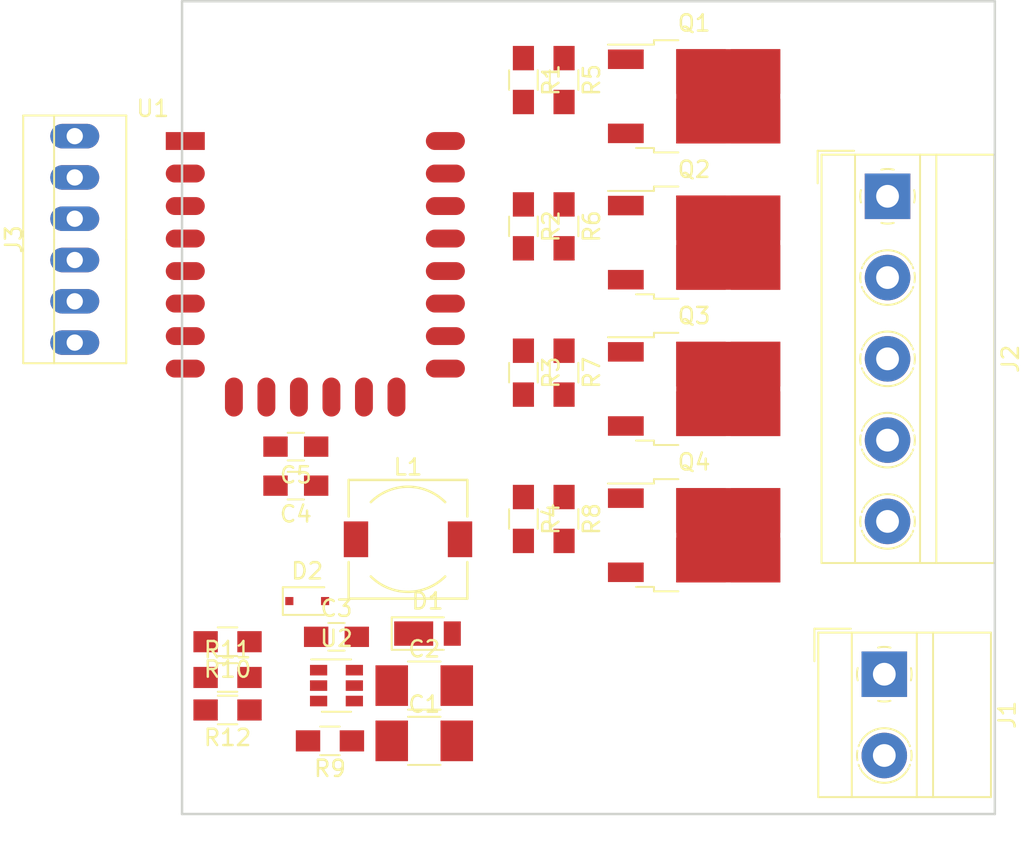
<source format=kicad_pcb>
(kicad_pcb (version 4) (host pcbnew 4.0.7)

  (general
    (links 70)
    (no_connects 54)
    (area 86.8 80.123799 141.835 132.728572)
    (thickness 1.6)
    (drawings 4)
    (tracks 0)
    (zones 0)
    (modules 29)
    (nets 40)
  )

  (page A4)
  (layers
    (0 F.Cu signal)
    (31 B.Cu signal)
    (32 B.Adhes user)
    (33 F.Adhes user)
    (34 B.Paste user)
    (35 F.Paste user)
    (36 B.SilkS user)
    (37 F.SilkS user)
    (38 B.Mask user)
    (39 F.Mask user)
    (40 Dwgs.User user)
    (41 Cmts.User user)
    (42 Eco1.User user)
    (43 Eco2.User user)
    (44 Edge.Cuts user)
    (45 Margin user)
    (46 B.CrtYd user)
    (47 F.CrtYd user)
    (48 B.Fab user)
    (49 F.Fab user)
  )

  (setup
    (last_trace_width 0.25)
    (trace_clearance 0.2)
    (zone_clearance 0.508)
    (zone_45_only no)
    (trace_min 0.2)
    (segment_width 0.2)
    (edge_width 0.15)
    (via_size 0.6)
    (via_drill 0.4)
    (via_min_size 0.4)
    (via_min_drill 0.3)
    (uvia_size 0.3)
    (uvia_drill 0.1)
    (uvias_allowed no)
    (uvia_min_size 0.2)
    (uvia_min_drill 0.1)
    (pcb_text_width 0.3)
    (pcb_text_size 1.5 1.5)
    (mod_edge_width 0.15)
    (mod_text_size 1 1)
    (mod_text_width 0.15)
    (pad_size 1.524 1.524)
    (pad_drill 0.762)
    (pad_to_mask_clearance 0.2)
    (aux_axis_origin 0 0)
    (visible_elements 7FFEFFFF)
    (pcbplotparams
      (layerselection 0x00030_80000001)
      (usegerberextensions false)
      (excludeedgelayer true)
      (linewidth 0.100000)
      (plotframeref false)
      (viasonmask false)
      (mode 1)
      (useauxorigin false)
      (hpglpennumber 1)
      (hpglpenspeed 20)
      (hpglpendiameter 15)
      (hpglpenoverlay 2)
      (psnegative false)
      (psa4output false)
      (plotreference true)
      (plotvalue true)
      (plotinvisibletext false)
      (padsonsilk false)
      (subtractmaskfromsilk false)
      (outputformat 1)
      (mirror false)
      (drillshape 1)
      (scaleselection 1)
      (outputdirectory ""))
  )

  (net 0 "")
  (net 1 GND)
  (net 2 "Net-(Q1-Pad1)")
  (net 3 VDD)
  (net 4 "Net-(Q2-Pad1)")
  (net 5 "Net-(Q3-Pad1)")
  (net 6 "Net-(Q4-Pad1)")
  (net 7 "Net-(R1-Pad2)")
  (net 8 "Net-(R2-Pad2)")
  (net 9 "Net-(R3-Pad2)")
  (net 10 "Net-(R4-Pad2)")
  (net 11 "Net-(U1-Pad9)")
  (net 12 "Net-(U1-Pad10)")
  (net 13 "Net-(U1-Pad11)")
  (net 14 "Net-(U1-Pad12)")
  (net 15 "Net-(U1-Pad13)")
  (net 16 "Net-(U1-Pad14)")
  (net 17 "Net-(U1-Pad1)")
  (net 18 "Net-(U1-Pad2)")
  (net 19 "Net-(U1-Pad3)")
  (net 20 "Net-(U1-Pad4)")
  (net 21 "Net-(U1-Pad5)")
  (net 22 "Net-(U1-Pad6)")
  (net 23 "Net-(U1-Pad7)")
  (net 24 "Net-(U1-Pad16)")
  (net 25 "Net-(C3-Pad1)")
  (net 26 "Net-(C3-Pad2)")
  (net 27 +3V3)
  (net 28 "Net-(R9-Pad2)")
  (net 29 "Net-(R10-Pad2)")
  (net 30 "Net-(R11-Pad2)")
  (net 31 "Net-(J2-Pad2)")
  (net 32 "Net-(J2-Pad3)")
  (net 33 "Net-(J2-Pad4)")
  (net 34 "Net-(J3-Pad2)")
  (net 35 "Net-(J3-Pad3)")
  (net 36 "Net-(J3-Pad4)")
  (net 37 "Net-(J3-Pad5)")
  (net 38 "Net-(J3-Pad6)")
  (net 39 "Net-(J2-Pad1)")

  (net_class Default "This is the default net class."
    (clearance 0.2)
    (trace_width 0.25)
    (via_dia 0.6)
    (via_drill 0.4)
    (uvia_dia 0.3)
    (uvia_drill 0.1)
    (add_net +3V3)
    (add_net GND)
    (add_net "Net-(C3-Pad1)")
    (add_net "Net-(C3-Pad2)")
    (add_net "Net-(J2-Pad1)")
    (add_net "Net-(J2-Pad2)")
    (add_net "Net-(J2-Pad3)")
    (add_net "Net-(J2-Pad4)")
    (add_net "Net-(J3-Pad2)")
    (add_net "Net-(J3-Pad3)")
    (add_net "Net-(J3-Pad4)")
    (add_net "Net-(J3-Pad5)")
    (add_net "Net-(J3-Pad6)")
    (add_net "Net-(Q1-Pad1)")
    (add_net "Net-(Q2-Pad1)")
    (add_net "Net-(Q3-Pad1)")
    (add_net "Net-(Q4-Pad1)")
    (add_net "Net-(R1-Pad2)")
    (add_net "Net-(R10-Pad2)")
    (add_net "Net-(R11-Pad2)")
    (add_net "Net-(R2-Pad2)")
    (add_net "Net-(R3-Pad2)")
    (add_net "Net-(R4-Pad2)")
    (add_net "Net-(R9-Pad2)")
    (add_net "Net-(U1-Pad1)")
    (add_net "Net-(U1-Pad10)")
    (add_net "Net-(U1-Pad11)")
    (add_net "Net-(U1-Pad12)")
    (add_net "Net-(U1-Pad13)")
    (add_net "Net-(U1-Pad14)")
    (add_net "Net-(U1-Pad16)")
    (add_net "Net-(U1-Pad2)")
    (add_net "Net-(U1-Pad3)")
    (add_net "Net-(U1-Pad4)")
    (add_net "Net-(U1-Pad5)")
    (add_net "Net-(U1-Pad6)")
    (add_net "Net-(U1-Pad7)")
    (add_net "Net-(U1-Pad9)")
    (add_net VDD)
  )

  (module TO_SOT_Packages_SMD:TO-252-2 (layer F.Cu) (tedit 590079C0) (tstamp 5AD08B67)
    (at 121.3 86.05)
    (descr "TO-252 / DPAK SMD package, http://www.infineon.com/cms/en/product/packages/PG-TO252/PG-TO252-3-1/")
    (tags "DPAK TO-252 DPAK-3 TO-252-3 SOT-428")
    (path /5AC7BEF8)
    (attr smd)
    (fp_text reference Q1 (at 0 -4.5) (layer F.SilkS)
      (effects (font (size 1 1) (thickness 0.15)))
    )
    (fp_text value Q_NMOS_GDS (at 0 4.5) (layer F.Fab)
      (effects (font (size 1 1) (thickness 0.15)))
    )
    (fp_line (start 3.95 -2.7) (end 4.95 -2.7) (layer F.Fab) (width 0.1))
    (fp_line (start 4.95 -2.7) (end 4.95 2.7) (layer F.Fab) (width 0.1))
    (fp_line (start 4.95 2.7) (end 3.95 2.7) (layer F.Fab) (width 0.1))
    (fp_line (start 3.95 -3.25) (end 3.95 3.25) (layer F.Fab) (width 0.1))
    (fp_line (start 3.95 3.25) (end -2.27 3.25) (layer F.Fab) (width 0.1))
    (fp_line (start -2.27 3.25) (end -2.27 -2.25) (layer F.Fab) (width 0.1))
    (fp_line (start -2.27 -2.25) (end -1.27 -3.25) (layer F.Fab) (width 0.1))
    (fp_line (start -1.27 -3.25) (end 3.95 -3.25) (layer F.Fab) (width 0.1))
    (fp_line (start -1.865 -2.655) (end -4.97 -2.655) (layer F.Fab) (width 0.1))
    (fp_line (start -4.97 -2.655) (end -4.97 -1.905) (layer F.Fab) (width 0.1))
    (fp_line (start -4.97 -1.905) (end -2.27 -1.905) (layer F.Fab) (width 0.1))
    (fp_line (start -2.27 1.905) (end -4.97 1.905) (layer F.Fab) (width 0.1))
    (fp_line (start -4.97 1.905) (end -4.97 2.655) (layer F.Fab) (width 0.1))
    (fp_line (start -4.97 2.655) (end -2.27 2.655) (layer F.Fab) (width 0.1))
    (fp_line (start -0.97 -3.45) (end -2.47 -3.45) (layer F.SilkS) (width 0.12))
    (fp_line (start -2.47 -3.45) (end -2.47 -3.18) (layer F.SilkS) (width 0.12))
    (fp_line (start -2.47 -3.18) (end -5.3 -3.18) (layer F.SilkS) (width 0.12))
    (fp_line (start -0.97 3.45) (end -2.47 3.45) (layer F.SilkS) (width 0.12))
    (fp_line (start -2.47 3.45) (end -2.47 3.18) (layer F.SilkS) (width 0.12))
    (fp_line (start -2.47 3.18) (end -3.57 3.18) (layer F.SilkS) (width 0.12))
    (fp_line (start -5.55 -3.5) (end -5.55 3.5) (layer F.CrtYd) (width 0.05))
    (fp_line (start -5.55 3.5) (end 5.55 3.5) (layer F.CrtYd) (width 0.05))
    (fp_line (start 5.55 3.5) (end 5.55 -3.5) (layer F.CrtYd) (width 0.05))
    (fp_line (start 5.55 -3.5) (end -5.55 -3.5) (layer F.CrtYd) (width 0.05))
    (fp_text user %R (at 0 0) (layer F.Fab)
      (effects (font (size 1 1) (thickness 0.15)))
    )
    (pad 1 smd rect (at -4.2 -2.28) (size 2.2 1.2) (layers F.Cu F.Paste F.Mask)
      (net 2 "Net-(Q1-Pad1)"))
    (pad 3 smd rect (at -4.2 2.28) (size 2.2 1.2) (layers F.Cu F.Paste F.Mask)
      (net 1 GND))
    (pad 2 smd rect (at 2.1 0) (size 6.4 5.8) (layers F.Cu F.Mask)
      (net 39 "Net-(J2-Pad1)"))
    (pad 2 smd rect (at 3.775 1.525) (size 3.05 2.75) (layers F.Cu F.Paste)
      (net 39 "Net-(J2-Pad1)"))
    (pad 2 smd rect (at 0.425 -1.525) (size 3.05 2.75) (layers F.Cu F.Paste)
      (net 39 "Net-(J2-Pad1)"))
    (pad 2 smd rect (at 3.775 -1.525) (size 3.05 2.75) (layers F.Cu F.Paste)
      (net 39 "Net-(J2-Pad1)"))
    (pad 2 smd rect (at 0.425 1.525) (size 3.05 2.75) (layers F.Cu F.Paste)
      (net 39 "Net-(J2-Pad1)"))
    (model ${KISYS3DMOD}/TO_SOT_Packages_SMD.3dshapes/TO-252-2.wrl
      (at (xyz 0 0 0))
      (scale (xyz 1 1 1))
      (rotate (xyz 0 0 0))
    )
  )

  (module TO_SOT_Packages_SMD:TO-252-2 (layer F.Cu) (tedit 590079C0) (tstamp 5AD08B8B)
    (at 121.3 95.05)
    (descr "TO-252 / DPAK SMD package, http://www.infineon.com/cms/en/product/packages/PG-TO252/PG-TO252-3-1/")
    (tags "DPAK TO-252 DPAK-3 TO-252-3 SOT-428")
    (path /5AC7C13C)
    (attr smd)
    (fp_text reference Q2 (at 0 -4.5) (layer F.SilkS)
      (effects (font (size 1 1) (thickness 0.15)))
    )
    (fp_text value Q_NMOS_GDS (at 0 4.5) (layer F.Fab)
      (effects (font (size 1 1) (thickness 0.15)))
    )
    (fp_line (start 3.95 -2.7) (end 4.95 -2.7) (layer F.Fab) (width 0.1))
    (fp_line (start 4.95 -2.7) (end 4.95 2.7) (layer F.Fab) (width 0.1))
    (fp_line (start 4.95 2.7) (end 3.95 2.7) (layer F.Fab) (width 0.1))
    (fp_line (start 3.95 -3.25) (end 3.95 3.25) (layer F.Fab) (width 0.1))
    (fp_line (start 3.95 3.25) (end -2.27 3.25) (layer F.Fab) (width 0.1))
    (fp_line (start -2.27 3.25) (end -2.27 -2.25) (layer F.Fab) (width 0.1))
    (fp_line (start -2.27 -2.25) (end -1.27 -3.25) (layer F.Fab) (width 0.1))
    (fp_line (start -1.27 -3.25) (end 3.95 -3.25) (layer F.Fab) (width 0.1))
    (fp_line (start -1.865 -2.655) (end -4.97 -2.655) (layer F.Fab) (width 0.1))
    (fp_line (start -4.97 -2.655) (end -4.97 -1.905) (layer F.Fab) (width 0.1))
    (fp_line (start -4.97 -1.905) (end -2.27 -1.905) (layer F.Fab) (width 0.1))
    (fp_line (start -2.27 1.905) (end -4.97 1.905) (layer F.Fab) (width 0.1))
    (fp_line (start -4.97 1.905) (end -4.97 2.655) (layer F.Fab) (width 0.1))
    (fp_line (start -4.97 2.655) (end -2.27 2.655) (layer F.Fab) (width 0.1))
    (fp_line (start -0.97 -3.45) (end -2.47 -3.45) (layer F.SilkS) (width 0.12))
    (fp_line (start -2.47 -3.45) (end -2.47 -3.18) (layer F.SilkS) (width 0.12))
    (fp_line (start -2.47 -3.18) (end -5.3 -3.18) (layer F.SilkS) (width 0.12))
    (fp_line (start -0.97 3.45) (end -2.47 3.45) (layer F.SilkS) (width 0.12))
    (fp_line (start -2.47 3.45) (end -2.47 3.18) (layer F.SilkS) (width 0.12))
    (fp_line (start -2.47 3.18) (end -3.57 3.18) (layer F.SilkS) (width 0.12))
    (fp_line (start -5.55 -3.5) (end -5.55 3.5) (layer F.CrtYd) (width 0.05))
    (fp_line (start -5.55 3.5) (end 5.55 3.5) (layer F.CrtYd) (width 0.05))
    (fp_line (start 5.55 3.5) (end 5.55 -3.5) (layer F.CrtYd) (width 0.05))
    (fp_line (start 5.55 -3.5) (end -5.55 -3.5) (layer F.CrtYd) (width 0.05))
    (fp_text user %R (at 0 0) (layer F.Fab)
      (effects (font (size 1 1) (thickness 0.15)))
    )
    (pad 1 smd rect (at -4.2 -2.28) (size 2.2 1.2) (layers F.Cu F.Paste F.Mask)
      (net 4 "Net-(Q2-Pad1)"))
    (pad 3 smd rect (at -4.2 2.28) (size 2.2 1.2) (layers F.Cu F.Paste F.Mask)
      (net 1 GND))
    (pad 2 smd rect (at 2.1 0) (size 6.4 5.8) (layers F.Cu F.Mask)
      (net 31 "Net-(J2-Pad2)"))
    (pad 2 smd rect (at 3.775 1.525) (size 3.05 2.75) (layers F.Cu F.Paste)
      (net 31 "Net-(J2-Pad2)"))
    (pad 2 smd rect (at 0.425 -1.525) (size 3.05 2.75) (layers F.Cu F.Paste)
      (net 31 "Net-(J2-Pad2)"))
    (pad 2 smd rect (at 3.775 -1.525) (size 3.05 2.75) (layers F.Cu F.Paste)
      (net 31 "Net-(J2-Pad2)"))
    (pad 2 smd rect (at 0.425 1.525) (size 3.05 2.75) (layers F.Cu F.Paste)
      (net 31 "Net-(J2-Pad2)"))
    (model ${KISYS3DMOD}/TO_SOT_Packages_SMD.3dshapes/TO-252-2.wrl
      (at (xyz 0 0 0))
      (scale (xyz 1 1 1))
      (rotate (xyz 0 0 0))
    )
  )

  (module TO_SOT_Packages_SMD:TO-252-2 (layer F.Cu) (tedit 590079C0) (tstamp 5AD08BAF)
    (at 121.3 104.05)
    (descr "TO-252 / DPAK SMD package, http://www.infineon.com/cms/en/product/packages/PG-TO252/PG-TO252-3-1/")
    (tags "DPAK TO-252 DPAK-3 TO-252-3 SOT-428")
    (path /5AC7C27A)
    (attr smd)
    (fp_text reference Q3 (at 0 -4.5) (layer F.SilkS)
      (effects (font (size 1 1) (thickness 0.15)))
    )
    (fp_text value Q_NMOS_GDS (at 0 4.5) (layer F.Fab)
      (effects (font (size 1 1) (thickness 0.15)))
    )
    (fp_line (start 3.95 -2.7) (end 4.95 -2.7) (layer F.Fab) (width 0.1))
    (fp_line (start 4.95 -2.7) (end 4.95 2.7) (layer F.Fab) (width 0.1))
    (fp_line (start 4.95 2.7) (end 3.95 2.7) (layer F.Fab) (width 0.1))
    (fp_line (start 3.95 -3.25) (end 3.95 3.25) (layer F.Fab) (width 0.1))
    (fp_line (start 3.95 3.25) (end -2.27 3.25) (layer F.Fab) (width 0.1))
    (fp_line (start -2.27 3.25) (end -2.27 -2.25) (layer F.Fab) (width 0.1))
    (fp_line (start -2.27 -2.25) (end -1.27 -3.25) (layer F.Fab) (width 0.1))
    (fp_line (start -1.27 -3.25) (end 3.95 -3.25) (layer F.Fab) (width 0.1))
    (fp_line (start -1.865 -2.655) (end -4.97 -2.655) (layer F.Fab) (width 0.1))
    (fp_line (start -4.97 -2.655) (end -4.97 -1.905) (layer F.Fab) (width 0.1))
    (fp_line (start -4.97 -1.905) (end -2.27 -1.905) (layer F.Fab) (width 0.1))
    (fp_line (start -2.27 1.905) (end -4.97 1.905) (layer F.Fab) (width 0.1))
    (fp_line (start -4.97 1.905) (end -4.97 2.655) (layer F.Fab) (width 0.1))
    (fp_line (start -4.97 2.655) (end -2.27 2.655) (layer F.Fab) (width 0.1))
    (fp_line (start -0.97 -3.45) (end -2.47 -3.45) (layer F.SilkS) (width 0.12))
    (fp_line (start -2.47 -3.45) (end -2.47 -3.18) (layer F.SilkS) (width 0.12))
    (fp_line (start -2.47 -3.18) (end -5.3 -3.18) (layer F.SilkS) (width 0.12))
    (fp_line (start -0.97 3.45) (end -2.47 3.45) (layer F.SilkS) (width 0.12))
    (fp_line (start -2.47 3.45) (end -2.47 3.18) (layer F.SilkS) (width 0.12))
    (fp_line (start -2.47 3.18) (end -3.57 3.18) (layer F.SilkS) (width 0.12))
    (fp_line (start -5.55 -3.5) (end -5.55 3.5) (layer F.CrtYd) (width 0.05))
    (fp_line (start -5.55 3.5) (end 5.55 3.5) (layer F.CrtYd) (width 0.05))
    (fp_line (start 5.55 3.5) (end 5.55 -3.5) (layer F.CrtYd) (width 0.05))
    (fp_line (start 5.55 -3.5) (end -5.55 -3.5) (layer F.CrtYd) (width 0.05))
    (fp_text user %R (at 0 0) (layer F.Fab)
      (effects (font (size 1 1) (thickness 0.15)))
    )
    (pad 1 smd rect (at -4.2 -2.28) (size 2.2 1.2) (layers F.Cu F.Paste F.Mask)
      (net 5 "Net-(Q3-Pad1)"))
    (pad 3 smd rect (at -4.2 2.28) (size 2.2 1.2) (layers F.Cu F.Paste F.Mask)
      (net 1 GND))
    (pad 2 smd rect (at 2.1 0) (size 6.4 5.8) (layers F.Cu F.Mask)
      (net 32 "Net-(J2-Pad3)"))
    (pad 2 smd rect (at 3.775 1.525) (size 3.05 2.75) (layers F.Cu F.Paste)
      (net 32 "Net-(J2-Pad3)"))
    (pad 2 smd rect (at 0.425 -1.525) (size 3.05 2.75) (layers F.Cu F.Paste)
      (net 32 "Net-(J2-Pad3)"))
    (pad 2 smd rect (at 3.775 -1.525) (size 3.05 2.75) (layers F.Cu F.Paste)
      (net 32 "Net-(J2-Pad3)"))
    (pad 2 smd rect (at 0.425 1.525) (size 3.05 2.75) (layers F.Cu F.Paste)
      (net 32 "Net-(J2-Pad3)"))
    (model ${KISYS3DMOD}/TO_SOT_Packages_SMD.3dshapes/TO-252-2.wrl
      (at (xyz 0 0 0))
      (scale (xyz 1 1 1))
      (rotate (xyz 0 0 0))
    )
  )

  (module TO_SOT_Packages_SMD:TO-252-2 (layer F.Cu) (tedit 590079C0) (tstamp 5AD08BD3)
    (at 121.3 113.05)
    (descr "TO-252 / DPAK SMD package, http://www.infineon.com/cms/en/product/packages/PG-TO252/PG-TO252-3-1/")
    (tags "DPAK TO-252 DPAK-3 TO-252-3 SOT-428")
    (path /5AC7C4E5)
    (attr smd)
    (fp_text reference Q4 (at 0 -4.5) (layer F.SilkS)
      (effects (font (size 1 1) (thickness 0.15)))
    )
    (fp_text value Q_NMOS_GDS (at 0 4.5) (layer F.Fab)
      (effects (font (size 1 1) (thickness 0.15)))
    )
    (fp_line (start 3.95 -2.7) (end 4.95 -2.7) (layer F.Fab) (width 0.1))
    (fp_line (start 4.95 -2.7) (end 4.95 2.7) (layer F.Fab) (width 0.1))
    (fp_line (start 4.95 2.7) (end 3.95 2.7) (layer F.Fab) (width 0.1))
    (fp_line (start 3.95 -3.25) (end 3.95 3.25) (layer F.Fab) (width 0.1))
    (fp_line (start 3.95 3.25) (end -2.27 3.25) (layer F.Fab) (width 0.1))
    (fp_line (start -2.27 3.25) (end -2.27 -2.25) (layer F.Fab) (width 0.1))
    (fp_line (start -2.27 -2.25) (end -1.27 -3.25) (layer F.Fab) (width 0.1))
    (fp_line (start -1.27 -3.25) (end 3.95 -3.25) (layer F.Fab) (width 0.1))
    (fp_line (start -1.865 -2.655) (end -4.97 -2.655) (layer F.Fab) (width 0.1))
    (fp_line (start -4.97 -2.655) (end -4.97 -1.905) (layer F.Fab) (width 0.1))
    (fp_line (start -4.97 -1.905) (end -2.27 -1.905) (layer F.Fab) (width 0.1))
    (fp_line (start -2.27 1.905) (end -4.97 1.905) (layer F.Fab) (width 0.1))
    (fp_line (start -4.97 1.905) (end -4.97 2.655) (layer F.Fab) (width 0.1))
    (fp_line (start -4.97 2.655) (end -2.27 2.655) (layer F.Fab) (width 0.1))
    (fp_line (start -0.97 -3.45) (end -2.47 -3.45) (layer F.SilkS) (width 0.12))
    (fp_line (start -2.47 -3.45) (end -2.47 -3.18) (layer F.SilkS) (width 0.12))
    (fp_line (start -2.47 -3.18) (end -5.3 -3.18) (layer F.SilkS) (width 0.12))
    (fp_line (start -0.97 3.45) (end -2.47 3.45) (layer F.SilkS) (width 0.12))
    (fp_line (start -2.47 3.45) (end -2.47 3.18) (layer F.SilkS) (width 0.12))
    (fp_line (start -2.47 3.18) (end -3.57 3.18) (layer F.SilkS) (width 0.12))
    (fp_line (start -5.55 -3.5) (end -5.55 3.5) (layer F.CrtYd) (width 0.05))
    (fp_line (start -5.55 3.5) (end 5.55 3.5) (layer F.CrtYd) (width 0.05))
    (fp_line (start 5.55 3.5) (end 5.55 -3.5) (layer F.CrtYd) (width 0.05))
    (fp_line (start 5.55 -3.5) (end -5.55 -3.5) (layer F.CrtYd) (width 0.05))
    (fp_text user %R (at 0 0) (layer F.Fab)
      (effects (font (size 1 1) (thickness 0.15)))
    )
    (pad 1 smd rect (at -4.2 -2.28) (size 2.2 1.2) (layers F.Cu F.Paste F.Mask)
      (net 6 "Net-(Q4-Pad1)"))
    (pad 3 smd rect (at -4.2 2.28) (size 2.2 1.2) (layers F.Cu F.Paste F.Mask)
      (net 1 GND))
    (pad 2 smd rect (at 2.1 0) (size 6.4 5.8) (layers F.Cu F.Mask)
      (net 33 "Net-(J2-Pad4)"))
    (pad 2 smd rect (at 3.775 1.525) (size 3.05 2.75) (layers F.Cu F.Paste)
      (net 33 "Net-(J2-Pad4)"))
    (pad 2 smd rect (at 0.425 -1.525) (size 3.05 2.75) (layers F.Cu F.Paste)
      (net 33 "Net-(J2-Pad4)"))
    (pad 2 smd rect (at 3.775 -1.525) (size 3.05 2.75) (layers F.Cu F.Paste)
      (net 33 "Net-(J2-Pad4)"))
    (pad 2 smd rect (at 0.425 1.525) (size 3.05 2.75) (layers F.Cu F.Paste)
      (net 33 "Net-(J2-Pad4)"))
    (model ${KISYS3DMOD}/TO_SOT_Packages_SMD.3dshapes/TO-252-2.wrl
      (at (xyz 0 0 0))
      (scale (xyz 1 1 1))
      (rotate (xyz 0 0 0))
    )
  )

  (module Resistors_SMD:R_0805_HandSoldering (layer F.Cu) (tedit 58E0A804) (tstamp 5AD08BE4)
    (at 110.8 85.05 270)
    (descr "Resistor SMD 0805, hand soldering")
    (tags "resistor 0805")
    (path /5AC75BE3)
    (attr smd)
    (fp_text reference R1 (at 0 -1.7 270) (layer F.SilkS)
      (effects (font (size 1 1) (thickness 0.15)))
    )
    (fp_text value 10 (at 0 1.75 270) (layer F.Fab)
      (effects (font (size 1 1) (thickness 0.15)))
    )
    (fp_text user %R (at 0 0 270) (layer F.Fab)
      (effects (font (size 0.5 0.5) (thickness 0.075)))
    )
    (fp_line (start -1 0.62) (end -1 -0.62) (layer F.Fab) (width 0.1))
    (fp_line (start 1 0.62) (end -1 0.62) (layer F.Fab) (width 0.1))
    (fp_line (start 1 -0.62) (end 1 0.62) (layer F.Fab) (width 0.1))
    (fp_line (start -1 -0.62) (end 1 -0.62) (layer F.Fab) (width 0.1))
    (fp_line (start 0.6 0.88) (end -0.6 0.88) (layer F.SilkS) (width 0.12))
    (fp_line (start -0.6 -0.88) (end 0.6 -0.88) (layer F.SilkS) (width 0.12))
    (fp_line (start -2.35 -0.9) (end 2.35 -0.9) (layer F.CrtYd) (width 0.05))
    (fp_line (start -2.35 -0.9) (end -2.35 0.9) (layer F.CrtYd) (width 0.05))
    (fp_line (start 2.35 0.9) (end 2.35 -0.9) (layer F.CrtYd) (width 0.05))
    (fp_line (start 2.35 0.9) (end -2.35 0.9) (layer F.CrtYd) (width 0.05))
    (pad 1 smd rect (at -1.35 0 270) (size 1.5 1.3) (layers F.Cu F.Paste F.Mask)
      (net 2 "Net-(Q1-Pad1)"))
    (pad 2 smd rect (at 1.35 0 270) (size 1.5 1.3) (layers F.Cu F.Paste F.Mask)
      (net 7 "Net-(R1-Pad2)"))
    (model ${KISYS3DMOD}/Resistors_SMD.3dshapes/R_0805.wrl
      (at (xyz 0 0 0))
      (scale (xyz 1 1 1))
      (rotate (xyz 0 0 0))
    )
  )

  (module Resistors_SMD:R_0805_HandSoldering (layer F.Cu) (tedit 58E0A804) (tstamp 5AD08BF5)
    (at 110.8 94.05 270)
    (descr "Resistor SMD 0805, hand soldering")
    (tags "resistor 0805")
    (path /5AC74FF0)
    (attr smd)
    (fp_text reference R2 (at 0 -1.7 270) (layer F.SilkS)
      (effects (font (size 1 1) (thickness 0.15)))
    )
    (fp_text value 10 (at 0 1.75 270) (layer F.Fab)
      (effects (font (size 1 1) (thickness 0.15)))
    )
    (fp_text user %R (at 0 0 270) (layer F.Fab)
      (effects (font (size 0.5 0.5) (thickness 0.075)))
    )
    (fp_line (start -1 0.62) (end -1 -0.62) (layer F.Fab) (width 0.1))
    (fp_line (start 1 0.62) (end -1 0.62) (layer F.Fab) (width 0.1))
    (fp_line (start 1 -0.62) (end 1 0.62) (layer F.Fab) (width 0.1))
    (fp_line (start -1 -0.62) (end 1 -0.62) (layer F.Fab) (width 0.1))
    (fp_line (start 0.6 0.88) (end -0.6 0.88) (layer F.SilkS) (width 0.12))
    (fp_line (start -0.6 -0.88) (end 0.6 -0.88) (layer F.SilkS) (width 0.12))
    (fp_line (start -2.35 -0.9) (end 2.35 -0.9) (layer F.CrtYd) (width 0.05))
    (fp_line (start -2.35 -0.9) (end -2.35 0.9) (layer F.CrtYd) (width 0.05))
    (fp_line (start 2.35 0.9) (end 2.35 -0.9) (layer F.CrtYd) (width 0.05))
    (fp_line (start 2.35 0.9) (end -2.35 0.9) (layer F.CrtYd) (width 0.05))
    (pad 1 smd rect (at -1.35 0 270) (size 1.5 1.3) (layers F.Cu F.Paste F.Mask)
      (net 4 "Net-(Q2-Pad1)"))
    (pad 2 smd rect (at 1.35 0 270) (size 1.5 1.3) (layers F.Cu F.Paste F.Mask)
      (net 8 "Net-(R2-Pad2)"))
    (model ${KISYS3DMOD}/Resistors_SMD.3dshapes/R_0805.wrl
      (at (xyz 0 0 0))
      (scale (xyz 1 1 1))
      (rotate (xyz 0 0 0))
    )
  )

  (module Resistors_SMD:R_0805_HandSoldering (layer F.Cu) (tedit 58E0A804) (tstamp 5AD08C06)
    (at 110.8 103.05 270)
    (descr "Resistor SMD 0805, hand soldering")
    (tags "resistor 0805")
    (path /5AC75907)
    (attr smd)
    (fp_text reference R3 (at 0 -1.7 270) (layer F.SilkS)
      (effects (font (size 1 1) (thickness 0.15)))
    )
    (fp_text value 10 (at 0 1.75 270) (layer F.Fab)
      (effects (font (size 1 1) (thickness 0.15)))
    )
    (fp_text user %R (at 0 0 270) (layer F.Fab)
      (effects (font (size 0.5 0.5) (thickness 0.075)))
    )
    (fp_line (start -1 0.62) (end -1 -0.62) (layer F.Fab) (width 0.1))
    (fp_line (start 1 0.62) (end -1 0.62) (layer F.Fab) (width 0.1))
    (fp_line (start 1 -0.62) (end 1 0.62) (layer F.Fab) (width 0.1))
    (fp_line (start -1 -0.62) (end 1 -0.62) (layer F.Fab) (width 0.1))
    (fp_line (start 0.6 0.88) (end -0.6 0.88) (layer F.SilkS) (width 0.12))
    (fp_line (start -0.6 -0.88) (end 0.6 -0.88) (layer F.SilkS) (width 0.12))
    (fp_line (start -2.35 -0.9) (end 2.35 -0.9) (layer F.CrtYd) (width 0.05))
    (fp_line (start -2.35 -0.9) (end -2.35 0.9) (layer F.CrtYd) (width 0.05))
    (fp_line (start 2.35 0.9) (end 2.35 -0.9) (layer F.CrtYd) (width 0.05))
    (fp_line (start 2.35 0.9) (end -2.35 0.9) (layer F.CrtYd) (width 0.05))
    (pad 1 smd rect (at -1.35 0 270) (size 1.5 1.3) (layers F.Cu F.Paste F.Mask)
      (net 5 "Net-(Q3-Pad1)"))
    (pad 2 smd rect (at 1.35 0 270) (size 1.5 1.3) (layers F.Cu F.Paste F.Mask)
      (net 9 "Net-(R3-Pad2)"))
    (model ${KISYS3DMOD}/Resistors_SMD.3dshapes/R_0805.wrl
      (at (xyz 0 0 0))
      (scale (xyz 1 1 1))
      (rotate (xyz 0 0 0))
    )
  )

  (module Resistors_SMD:R_0805_HandSoldering (layer F.Cu) (tedit 58E0A804) (tstamp 5AD08C17)
    (at 110.8 112.05 270)
    (descr "Resistor SMD 0805, hand soldering")
    (tags "resistor 0805")
    (path /5AC759B4)
    (attr smd)
    (fp_text reference R4 (at 0 -1.7 270) (layer F.SilkS)
      (effects (font (size 1 1) (thickness 0.15)))
    )
    (fp_text value 10 (at 0 1.75 270) (layer F.Fab)
      (effects (font (size 1 1) (thickness 0.15)))
    )
    (fp_text user %R (at 0 0 270) (layer F.Fab)
      (effects (font (size 0.5 0.5) (thickness 0.075)))
    )
    (fp_line (start -1 0.62) (end -1 -0.62) (layer F.Fab) (width 0.1))
    (fp_line (start 1 0.62) (end -1 0.62) (layer F.Fab) (width 0.1))
    (fp_line (start 1 -0.62) (end 1 0.62) (layer F.Fab) (width 0.1))
    (fp_line (start -1 -0.62) (end 1 -0.62) (layer F.Fab) (width 0.1))
    (fp_line (start 0.6 0.88) (end -0.6 0.88) (layer F.SilkS) (width 0.12))
    (fp_line (start -0.6 -0.88) (end 0.6 -0.88) (layer F.SilkS) (width 0.12))
    (fp_line (start -2.35 -0.9) (end 2.35 -0.9) (layer F.CrtYd) (width 0.05))
    (fp_line (start -2.35 -0.9) (end -2.35 0.9) (layer F.CrtYd) (width 0.05))
    (fp_line (start 2.35 0.9) (end 2.35 -0.9) (layer F.CrtYd) (width 0.05))
    (fp_line (start 2.35 0.9) (end -2.35 0.9) (layer F.CrtYd) (width 0.05))
    (pad 1 smd rect (at -1.35 0 270) (size 1.5 1.3) (layers F.Cu F.Paste F.Mask)
      (net 6 "Net-(Q4-Pad1)"))
    (pad 2 smd rect (at 1.35 0 270) (size 1.5 1.3) (layers F.Cu F.Paste F.Mask)
      (net 10 "Net-(R4-Pad2)"))
    (model ${KISYS3DMOD}/Resistors_SMD.3dshapes/R_0805.wrl
      (at (xyz 0 0 0))
      (scale (xyz 1 1 1))
      (rotate (xyz 0 0 0))
    )
  )

  (module Resistors_SMD:R_0805_HandSoldering (layer F.Cu) (tedit 58E0A804) (tstamp 5AD08C28)
    (at 113.3 85.05 270)
    (descr "Resistor SMD 0805, hand soldering")
    (tags "resistor 0805")
    (path /5AC75BE9)
    (attr smd)
    (fp_text reference R5 (at 0 -1.7 270) (layer F.SilkS)
      (effects (font (size 1 1) (thickness 0.15)))
    )
    (fp_text value 100k (at 0 1.75 270) (layer F.Fab)
      (effects (font (size 1 1) (thickness 0.15)))
    )
    (fp_text user %R (at 0 0 270) (layer F.Fab)
      (effects (font (size 0.5 0.5) (thickness 0.075)))
    )
    (fp_line (start -1 0.62) (end -1 -0.62) (layer F.Fab) (width 0.1))
    (fp_line (start 1 0.62) (end -1 0.62) (layer F.Fab) (width 0.1))
    (fp_line (start 1 -0.62) (end 1 0.62) (layer F.Fab) (width 0.1))
    (fp_line (start -1 -0.62) (end 1 -0.62) (layer F.Fab) (width 0.1))
    (fp_line (start 0.6 0.88) (end -0.6 0.88) (layer F.SilkS) (width 0.12))
    (fp_line (start -0.6 -0.88) (end 0.6 -0.88) (layer F.SilkS) (width 0.12))
    (fp_line (start -2.35 -0.9) (end 2.35 -0.9) (layer F.CrtYd) (width 0.05))
    (fp_line (start -2.35 -0.9) (end -2.35 0.9) (layer F.CrtYd) (width 0.05))
    (fp_line (start 2.35 0.9) (end 2.35 -0.9) (layer F.CrtYd) (width 0.05))
    (fp_line (start 2.35 0.9) (end -2.35 0.9) (layer F.CrtYd) (width 0.05))
    (pad 1 smd rect (at -1.35 0 270) (size 1.5 1.3) (layers F.Cu F.Paste F.Mask)
      (net 2 "Net-(Q1-Pad1)"))
    (pad 2 smd rect (at 1.35 0 270) (size 1.5 1.3) (layers F.Cu F.Paste F.Mask)
      (net 1 GND))
    (model ${KISYS3DMOD}/Resistors_SMD.3dshapes/R_0805.wrl
      (at (xyz 0 0 0))
      (scale (xyz 1 1 1))
      (rotate (xyz 0 0 0))
    )
  )

  (module Resistors_SMD:R_0805_HandSoldering (layer F.Cu) (tedit 58E0A804) (tstamp 5AD08C39)
    (at 113.3 94.05 270)
    (descr "Resistor SMD 0805, hand soldering")
    (tags "resistor 0805")
    (path /5AC74FF6)
    (attr smd)
    (fp_text reference R6 (at 0 -1.7 270) (layer F.SilkS)
      (effects (font (size 1 1) (thickness 0.15)))
    )
    (fp_text value 100k (at 0 1.75 270) (layer F.Fab)
      (effects (font (size 1 1) (thickness 0.15)))
    )
    (fp_text user %R (at 0 0 270) (layer F.Fab)
      (effects (font (size 0.5 0.5) (thickness 0.075)))
    )
    (fp_line (start -1 0.62) (end -1 -0.62) (layer F.Fab) (width 0.1))
    (fp_line (start 1 0.62) (end -1 0.62) (layer F.Fab) (width 0.1))
    (fp_line (start 1 -0.62) (end 1 0.62) (layer F.Fab) (width 0.1))
    (fp_line (start -1 -0.62) (end 1 -0.62) (layer F.Fab) (width 0.1))
    (fp_line (start 0.6 0.88) (end -0.6 0.88) (layer F.SilkS) (width 0.12))
    (fp_line (start -0.6 -0.88) (end 0.6 -0.88) (layer F.SilkS) (width 0.12))
    (fp_line (start -2.35 -0.9) (end 2.35 -0.9) (layer F.CrtYd) (width 0.05))
    (fp_line (start -2.35 -0.9) (end -2.35 0.9) (layer F.CrtYd) (width 0.05))
    (fp_line (start 2.35 0.9) (end 2.35 -0.9) (layer F.CrtYd) (width 0.05))
    (fp_line (start 2.35 0.9) (end -2.35 0.9) (layer F.CrtYd) (width 0.05))
    (pad 1 smd rect (at -1.35 0 270) (size 1.5 1.3) (layers F.Cu F.Paste F.Mask)
      (net 4 "Net-(Q2-Pad1)"))
    (pad 2 smd rect (at 1.35 0 270) (size 1.5 1.3) (layers F.Cu F.Paste F.Mask)
      (net 1 GND))
    (model ${KISYS3DMOD}/Resistors_SMD.3dshapes/R_0805.wrl
      (at (xyz 0 0 0))
      (scale (xyz 1 1 1))
      (rotate (xyz 0 0 0))
    )
  )

  (module Resistors_SMD:R_0805_HandSoldering (layer F.Cu) (tedit 58E0A804) (tstamp 5AD08C4A)
    (at 113.3 103.05 270)
    (descr "Resistor SMD 0805, hand soldering")
    (tags "resistor 0805")
    (path /5AC7590D)
    (attr smd)
    (fp_text reference R7 (at 0 -1.7 270) (layer F.SilkS)
      (effects (font (size 1 1) (thickness 0.15)))
    )
    (fp_text value 100k (at 0 1.75 270) (layer F.Fab)
      (effects (font (size 1 1) (thickness 0.15)))
    )
    (fp_text user %R (at 0 0 270) (layer F.Fab)
      (effects (font (size 0.5 0.5) (thickness 0.075)))
    )
    (fp_line (start -1 0.62) (end -1 -0.62) (layer F.Fab) (width 0.1))
    (fp_line (start 1 0.62) (end -1 0.62) (layer F.Fab) (width 0.1))
    (fp_line (start 1 -0.62) (end 1 0.62) (layer F.Fab) (width 0.1))
    (fp_line (start -1 -0.62) (end 1 -0.62) (layer F.Fab) (width 0.1))
    (fp_line (start 0.6 0.88) (end -0.6 0.88) (layer F.SilkS) (width 0.12))
    (fp_line (start -0.6 -0.88) (end 0.6 -0.88) (layer F.SilkS) (width 0.12))
    (fp_line (start -2.35 -0.9) (end 2.35 -0.9) (layer F.CrtYd) (width 0.05))
    (fp_line (start -2.35 -0.9) (end -2.35 0.9) (layer F.CrtYd) (width 0.05))
    (fp_line (start 2.35 0.9) (end 2.35 -0.9) (layer F.CrtYd) (width 0.05))
    (fp_line (start 2.35 0.9) (end -2.35 0.9) (layer F.CrtYd) (width 0.05))
    (pad 1 smd rect (at -1.35 0 270) (size 1.5 1.3) (layers F.Cu F.Paste F.Mask)
      (net 5 "Net-(Q3-Pad1)"))
    (pad 2 smd rect (at 1.35 0 270) (size 1.5 1.3) (layers F.Cu F.Paste F.Mask)
      (net 1 GND))
    (model ${KISYS3DMOD}/Resistors_SMD.3dshapes/R_0805.wrl
      (at (xyz 0 0 0))
      (scale (xyz 1 1 1))
      (rotate (xyz 0 0 0))
    )
  )

  (module Resistors_SMD:R_0805_HandSoldering (layer F.Cu) (tedit 58E0A804) (tstamp 5AD08C5B)
    (at 113.3 112.05 270)
    (descr "Resistor SMD 0805, hand soldering")
    (tags "resistor 0805")
    (path /5AC759BA)
    (attr smd)
    (fp_text reference R8 (at 0 -1.7 270) (layer F.SilkS)
      (effects (font (size 1 1) (thickness 0.15)))
    )
    (fp_text value 100k (at 0 1.75 270) (layer F.Fab)
      (effects (font (size 1 1) (thickness 0.15)))
    )
    (fp_text user %R (at 0 0 270) (layer F.Fab)
      (effects (font (size 0.5 0.5) (thickness 0.075)))
    )
    (fp_line (start -1 0.62) (end -1 -0.62) (layer F.Fab) (width 0.1))
    (fp_line (start 1 0.62) (end -1 0.62) (layer F.Fab) (width 0.1))
    (fp_line (start 1 -0.62) (end 1 0.62) (layer F.Fab) (width 0.1))
    (fp_line (start -1 -0.62) (end 1 -0.62) (layer F.Fab) (width 0.1))
    (fp_line (start 0.6 0.88) (end -0.6 0.88) (layer F.SilkS) (width 0.12))
    (fp_line (start -0.6 -0.88) (end 0.6 -0.88) (layer F.SilkS) (width 0.12))
    (fp_line (start -2.35 -0.9) (end 2.35 -0.9) (layer F.CrtYd) (width 0.05))
    (fp_line (start -2.35 -0.9) (end -2.35 0.9) (layer F.CrtYd) (width 0.05))
    (fp_line (start 2.35 0.9) (end 2.35 -0.9) (layer F.CrtYd) (width 0.05))
    (fp_line (start 2.35 0.9) (end -2.35 0.9) (layer F.CrtYd) (width 0.05))
    (pad 1 smd rect (at -1.35 0 270) (size 1.5 1.3) (layers F.Cu F.Paste F.Mask)
      (net 6 "Net-(Q4-Pad1)"))
    (pad 2 smd rect (at 1.35 0 270) (size 1.5 1.3) (layers F.Cu F.Paste F.Mask)
      (net 1 GND))
    (model ${KISYS3DMOD}/Resistors_SMD.3dshapes/R_0805.wrl
      (at (xyz 0 0 0))
      (scale (xyz 1 1 1))
      (rotate (xyz 0 0 0))
    )
  )

  (module ESP8266:ESP-12E (layer F.Cu) (tedit 559F8D21) (tstamp 5AD08C80)
    (at 90 88.8)
    (descr "Module, ESP-8266, ESP-12, 16 pad, SMD")
    (tags "Module ESP-8266 ESP8266")
    (path /5AC73BFB)
    (fp_text reference U1 (at -2 -2) (layer F.SilkS)
      (effects (font (size 1 1) (thickness 0.15)))
    )
    (fp_text value ESP-12E (at 8 1) (layer F.Fab)
      (effects (font (size 1 1) (thickness 0.15)))
    )
    (fp_line (start 16 -8.4) (end 0 -2.6) (layer F.CrtYd) (width 0.1524))
    (fp_line (start 0 -8.4) (end 16 -2.6) (layer F.CrtYd) (width 0.1524))
    (fp_text user "No Copper" (at 7.9 -5.4) (layer F.CrtYd)
      (effects (font (size 1 1) (thickness 0.15)))
    )
    (fp_line (start 0 -8.4) (end 0 -2.6) (layer F.CrtYd) (width 0.1524))
    (fp_line (start 0 -2.6) (end 16 -2.6) (layer F.CrtYd) (width 0.1524))
    (fp_line (start 16 -2.6) (end 16 -8.4) (layer F.CrtYd) (width 0.1524))
    (fp_line (start 16 -8.4) (end 0 -8.4) (layer F.CrtYd) (width 0.1524))
    (fp_line (start 16 -8.4) (end 16 15.6) (layer F.Fab) (width 0.1524))
    (fp_line (start 16 15.6) (end 0 15.6) (layer F.Fab) (width 0.1524))
    (fp_line (start 0 15.6) (end 0 -8.4) (layer F.Fab) (width 0.1524))
    (fp_line (start 0 -8.4) (end 16 -8.4) (layer F.Fab) (width 0.1524))
    (pad 9 smd oval (at 2.99 15.75 90) (size 2.4 1.1) (layers F.Cu F.Paste F.Mask)
      (net 11 "Net-(U1-Pad9)"))
    (pad 10 smd oval (at 4.99 15.75 90) (size 2.4 1.1) (layers F.Cu F.Paste F.Mask)
      (net 12 "Net-(U1-Pad10)"))
    (pad 11 smd oval (at 6.99 15.75 90) (size 2.4 1.1) (layers F.Cu F.Paste F.Mask)
      (net 13 "Net-(U1-Pad11)"))
    (pad 12 smd oval (at 8.99 15.75 90) (size 2.4 1.1) (layers F.Cu F.Paste F.Mask)
      (net 14 "Net-(U1-Pad12)"))
    (pad 13 smd oval (at 10.99 15.75 90) (size 2.4 1.1) (layers F.Cu F.Paste F.Mask)
      (net 15 "Net-(U1-Pad13)"))
    (pad 14 smd oval (at 12.99 15.75 90) (size 2.4 1.1) (layers F.Cu F.Paste F.Mask)
      (net 16 "Net-(U1-Pad14)"))
    (pad 1 smd rect (at 0 0) (size 2.4 1.1) (layers F.Cu F.Paste F.Mask)
      (net 17 "Net-(U1-Pad1)"))
    (pad 2 smd oval (at 0 2) (size 2.4 1.1) (layers F.Cu F.Paste F.Mask)
      (net 18 "Net-(U1-Pad2)"))
    (pad 3 smd oval (at 0 4) (size 2.4 1.1) (layers F.Cu F.Paste F.Mask)
      (net 19 "Net-(U1-Pad3)"))
    (pad 4 smd oval (at 0 6) (size 2.4 1.1) (layers F.Cu F.Paste F.Mask)
      (net 20 "Net-(U1-Pad4)"))
    (pad 5 smd oval (at 0 8) (size 2.4 1.1) (layers F.Cu F.Paste F.Mask)
      (net 21 "Net-(U1-Pad5)"))
    (pad 6 smd oval (at 0 10) (size 2.4 1.1) (layers F.Cu F.Paste F.Mask)
      (net 22 "Net-(U1-Pad6)"))
    (pad 7 smd oval (at 0 12) (size 2.4 1.1) (layers F.Cu F.Paste F.Mask)
      (net 23 "Net-(U1-Pad7)"))
    (pad 8 smd oval (at 0 14) (size 2.4 1.1) (layers F.Cu F.Paste F.Mask)
      (net 27 +3V3))
    (pad 15 smd oval (at 16 14) (size 2.4 1.1) (layers F.Cu F.Paste F.Mask)
      (net 1 GND))
    (pad 16 smd oval (at 16 12) (size 2.4 1.1) (layers F.Cu F.Paste F.Mask)
      (net 24 "Net-(U1-Pad16)"))
    (pad 17 smd oval (at 16 10) (size 2.4 1.1) (layers F.Cu F.Paste F.Mask)
      (net 10 "Net-(R4-Pad2)"))
    (pad 18 smd oval (at 16 8) (size 2.4 1.1) (layers F.Cu F.Paste F.Mask)
      (net 9 "Net-(R3-Pad2)"))
    (pad 19 smd oval (at 16 6) (size 2.4 1.1) (layers F.Cu F.Paste F.Mask)
      (net 8 "Net-(R2-Pad2)"))
    (pad 20 smd oval (at 16 4) (size 2.4 1.1) (layers F.Cu F.Paste F.Mask)
      (net 7 "Net-(R1-Pad2)"))
    (pad 21 smd oval (at 16 2) (size 2.4 1.1) (layers F.Cu F.Paste F.Mask)
      (net 37 "Net-(J3-Pad5)"))
    (pad 22 smd oval (at 16 0) (size 2.4 1.1) (layers F.Cu F.Paste F.Mask)
      (net 36 "Net-(J3-Pad4)"))
    (model ${ESPLIB}/ESP8266.3dshapes/ESP-12.wrl
      (at (xyz 0.04 0 0))
      (scale (xyz 0.3937 0.3937 0.3937))
      (rotate (xyz 0 0 0))
    )
  )

  (module Capacitors_SMD:C_1210_HandSoldering (layer F.Cu) (tedit 58AA84FB) (tstamp 5AD1E748)
    (at 104.7 125.7)
    (descr "Capacitor SMD 1210, hand soldering")
    (tags "capacitor 1210")
    (path /5AC7755E)
    (attr smd)
    (fp_text reference C1 (at 0 -2.25) (layer F.SilkS)
      (effects (font (size 1 1) (thickness 0.15)))
    )
    (fp_text value 4.7uF (at 0 2.5) (layer F.Fab)
      (effects (font (size 1 1) (thickness 0.15)))
    )
    (fp_text user %R (at 0 -2.25) (layer F.Fab)
      (effects (font (size 1 1) (thickness 0.15)))
    )
    (fp_line (start -1.6 1.25) (end -1.6 -1.25) (layer F.Fab) (width 0.1))
    (fp_line (start 1.6 1.25) (end -1.6 1.25) (layer F.Fab) (width 0.1))
    (fp_line (start 1.6 -1.25) (end 1.6 1.25) (layer F.Fab) (width 0.1))
    (fp_line (start -1.6 -1.25) (end 1.6 -1.25) (layer F.Fab) (width 0.1))
    (fp_line (start 1 -1.48) (end -1 -1.48) (layer F.SilkS) (width 0.12))
    (fp_line (start -1 1.48) (end 1 1.48) (layer F.SilkS) (width 0.12))
    (fp_line (start -3.25 -1.5) (end 3.25 -1.5) (layer F.CrtYd) (width 0.05))
    (fp_line (start -3.25 -1.5) (end -3.25 1.5) (layer F.CrtYd) (width 0.05))
    (fp_line (start 3.25 1.5) (end 3.25 -1.5) (layer F.CrtYd) (width 0.05))
    (fp_line (start 3.25 1.5) (end -3.25 1.5) (layer F.CrtYd) (width 0.05))
    (pad 1 smd rect (at -2 0) (size 2 2.5) (layers F.Cu F.Paste F.Mask)
      (net 3 VDD))
    (pad 2 smd rect (at 2 0) (size 2 2.5) (layers F.Cu F.Paste F.Mask)
      (net 1 GND))
    (model Capacitors_SMD.3dshapes/C_1210.wrl
      (at (xyz 0 0 0))
      (scale (xyz 1 1 1))
      (rotate (xyz 0 0 0))
    )
  )

  (module Capacitors_SMD:C_1210_HandSoldering (layer F.Cu) (tedit 58AA84FB) (tstamp 5AD1E759)
    (at 104.7 122.3)
    (descr "Capacitor SMD 1210, hand soldering")
    (tags "capacitor 1210")
    (path /5AC775F3)
    (attr smd)
    (fp_text reference C2 (at 0 -2.25) (layer F.SilkS)
      (effects (font (size 1 1) (thickness 0.15)))
    )
    (fp_text value 4.7uF (at 0 2.5) (layer F.Fab)
      (effects (font (size 1 1) (thickness 0.15)))
    )
    (fp_text user %R (at 0 -2.25) (layer F.Fab)
      (effects (font (size 1 1) (thickness 0.15)))
    )
    (fp_line (start -1.6 1.25) (end -1.6 -1.25) (layer F.Fab) (width 0.1))
    (fp_line (start 1.6 1.25) (end -1.6 1.25) (layer F.Fab) (width 0.1))
    (fp_line (start 1.6 -1.25) (end 1.6 1.25) (layer F.Fab) (width 0.1))
    (fp_line (start -1.6 -1.25) (end 1.6 -1.25) (layer F.Fab) (width 0.1))
    (fp_line (start 1 -1.48) (end -1 -1.48) (layer F.SilkS) (width 0.12))
    (fp_line (start -1 1.48) (end 1 1.48) (layer F.SilkS) (width 0.12))
    (fp_line (start -3.25 -1.5) (end 3.25 -1.5) (layer F.CrtYd) (width 0.05))
    (fp_line (start -3.25 -1.5) (end -3.25 1.5) (layer F.CrtYd) (width 0.05))
    (fp_line (start 3.25 1.5) (end 3.25 -1.5) (layer F.CrtYd) (width 0.05))
    (fp_line (start 3.25 1.5) (end -3.25 1.5) (layer F.CrtYd) (width 0.05))
    (pad 1 smd rect (at -2 0) (size 2 2.5) (layers F.Cu F.Paste F.Mask)
      (net 3 VDD))
    (pad 2 smd rect (at 2 0) (size 2 2.5) (layers F.Cu F.Paste F.Mask)
      (net 1 GND))
    (model Capacitors_SMD.3dshapes/C_1210.wrl
      (at (xyz 0 0 0))
      (scale (xyz 1 1 1))
      (rotate (xyz 0 0 0))
    )
  )

  (module Capacitors_SMD:C_0805_HandSoldering (layer F.Cu) (tedit 58AA84A8) (tstamp 5AD1E76A)
    (at 99.3 119.3)
    (descr "Capacitor SMD 0805, hand soldering")
    (tags "capacitor 0805")
    (path /5AC781B0)
    (attr smd)
    (fp_text reference C3 (at 0 -1.75) (layer F.SilkS)
      (effects (font (size 1 1) (thickness 0.15)))
    )
    (fp_text value 100nF (at 0 1.75) (layer F.Fab)
      (effects (font (size 1 1) (thickness 0.15)))
    )
    (fp_text user %R (at 0 -1.75) (layer F.Fab)
      (effects (font (size 1 1) (thickness 0.15)))
    )
    (fp_line (start -1 0.62) (end -1 -0.62) (layer F.Fab) (width 0.1))
    (fp_line (start 1 0.62) (end -1 0.62) (layer F.Fab) (width 0.1))
    (fp_line (start 1 -0.62) (end 1 0.62) (layer F.Fab) (width 0.1))
    (fp_line (start -1 -0.62) (end 1 -0.62) (layer F.Fab) (width 0.1))
    (fp_line (start 0.5 -0.85) (end -0.5 -0.85) (layer F.SilkS) (width 0.12))
    (fp_line (start -0.5 0.85) (end 0.5 0.85) (layer F.SilkS) (width 0.12))
    (fp_line (start -2.25 -0.88) (end 2.25 -0.88) (layer F.CrtYd) (width 0.05))
    (fp_line (start -2.25 -0.88) (end -2.25 0.87) (layer F.CrtYd) (width 0.05))
    (fp_line (start 2.25 0.87) (end 2.25 -0.88) (layer F.CrtYd) (width 0.05))
    (fp_line (start 2.25 0.87) (end -2.25 0.87) (layer F.CrtYd) (width 0.05))
    (pad 1 smd rect (at -1.25 0) (size 1.5 1.25) (layers F.Cu F.Paste F.Mask)
      (net 25 "Net-(C3-Pad1)"))
    (pad 2 smd rect (at 1.25 0) (size 1.5 1.25) (layers F.Cu F.Paste F.Mask)
      (net 26 "Net-(C3-Pad2)"))
    (model Capacitors_SMD.3dshapes/C_0805.wrl
      (at (xyz 0 0 0))
      (scale (xyz 1 1 1))
      (rotate (xyz 0 0 0))
    )
  )

  (module Capacitors_SMD:C_0805_HandSoldering (layer F.Cu) (tedit 58AA84A8) (tstamp 5AD1E77B)
    (at 96.8 110 180)
    (descr "Capacitor SMD 0805, hand soldering")
    (tags "capacitor 0805")
    (path /5AC79371)
    (attr smd)
    (fp_text reference C4 (at 0 -1.75 180) (layer F.SilkS)
      (effects (font (size 1 1) (thickness 0.15)))
    )
    (fp_text value 10uF (at 0 1.75 180) (layer F.Fab)
      (effects (font (size 1 1) (thickness 0.15)))
    )
    (fp_text user %R (at 0 -1.75 180) (layer F.Fab)
      (effects (font (size 1 1) (thickness 0.15)))
    )
    (fp_line (start -1 0.62) (end -1 -0.62) (layer F.Fab) (width 0.1))
    (fp_line (start 1 0.62) (end -1 0.62) (layer F.Fab) (width 0.1))
    (fp_line (start 1 -0.62) (end 1 0.62) (layer F.Fab) (width 0.1))
    (fp_line (start -1 -0.62) (end 1 -0.62) (layer F.Fab) (width 0.1))
    (fp_line (start 0.5 -0.85) (end -0.5 -0.85) (layer F.SilkS) (width 0.12))
    (fp_line (start -0.5 0.85) (end 0.5 0.85) (layer F.SilkS) (width 0.12))
    (fp_line (start -2.25 -0.88) (end 2.25 -0.88) (layer F.CrtYd) (width 0.05))
    (fp_line (start -2.25 -0.88) (end -2.25 0.87) (layer F.CrtYd) (width 0.05))
    (fp_line (start 2.25 0.87) (end 2.25 -0.88) (layer F.CrtYd) (width 0.05))
    (fp_line (start 2.25 0.87) (end -2.25 0.87) (layer F.CrtYd) (width 0.05))
    (pad 1 smd rect (at -1.25 0 180) (size 1.5 1.25) (layers F.Cu F.Paste F.Mask)
      (net 27 +3V3))
    (pad 2 smd rect (at 1.25 0 180) (size 1.5 1.25) (layers F.Cu F.Paste F.Mask)
      (net 1 GND))
    (model Capacitors_SMD.3dshapes/C_0805.wrl
      (at (xyz 0 0 0))
      (scale (xyz 1 1 1))
      (rotate (xyz 0 0 0))
    )
  )

  (module Capacitors_SMD:C_0805_HandSoldering (layer F.Cu) (tedit 58AA84A8) (tstamp 5AD1E78C)
    (at 96.8 107.6 180)
    (descr "Capacitor SMD 0805, hand soldering")
    (tags "capacitor 0805")
    (path /5AC7940D)
    (attr smd)
    (fp_text reference C5 (at 0 -1.75 180) (layer F.SilkS)
      (effects (font (size 1 1) (thickness 0.15)))
    )
    (fp_text value 10uF (at 0 1.75 180) (layer F.Fab)
      (effects (font (size 1 1) (thickness 0.15)))
    )
    (fp_text user %R (at 0 -1.75 180) (layer F.Fab)
      (effects (font (size 1 1) (thickness 0.15)))
    )
    (fp_line (start -1 0.62) (end -1 -0.62) (layer F.Fab) (width 0.1))
    (fp_line (start 1 0.62) (end -1 0.62) (layer F.Fab) (width 0.1))
    (fp_line (start 1 -0.62) (end 1 0.62) (layer F.Fab) (width 0.1))
    (fp_line (start -1 -0.62) (end 1 -0.62) (layer F.Fab) (width 0.1))
    (fp_line (start 0.5 -0.85) (end -0.5 -0.85) (layer F.SilkS) (width 0.12))
    (fp_line (start -0.5 0.85) (end 0.5 0.85) (layer F.SilkS) (width 0.12))
    (fp_line (start -2.25 -0.88) (end 2.25 -0.88) (layer F.CrtYd) (width 0.05))
    (fp_line (start -2.25 -0.88) (end -2.25 0.87) (layer F.CrtYd) (width 0.05))
    (fp_line (start 2.25 0.87) (end 2.25 -0.88) (layer F.CrtYd) (width 0.05))
    (fp_line (start 2.25 0.87) (end -2.25 0.87) (layer F.CrtYd) (width 0.05))
    (pad 1 smd rect (at -1.25 0 180) (size 1.5 1.25) (layers F.Cu F.Paste F.Mask)
      (net 27 +3V3))
    (pad 2 smd rect (at 1.25 0 180) (size 1.5 1.25) (layers F.Cu F.Paste F.Mask)
      (net 1 GND))
    (model Capacitors_SMD.3dshapes/C_0805.wrl
      (at (xyz 0 0 0))
      (scale (xyz 1 1 1))
      (rotate (xyz 0 0 0))
    )
  )

  (module Diodes_SMD:D_SOD-323F (layer F.Cu) (tedit 590A48EB) (tstamp 5AD1E7C0)
    (at 97.5 117.1)
    (descr "SOD-323F http://www.nxp.com/documents/outline_drawing/SOD323F.pdf")
    (tags SOD-323F)
    (path /5AC78640)
    (attr smd)
    (fp_text reference D2 (at 0 -1.85) (layer F.SilkS)
      (effects (font (size 1 1) (thickness 0.15)))
    )
    (fp_text value D_Small (at 0.1 1.9) (layer F.Fab)
      (effects (font (size 1 1) (thickness 0.15)))
    )
    (fp_text user %R (at 0 -1.85) (layer F.Fab)
      (effects (font (size 1 1) (thickness 0.15)))
    )
    (fp_line (start -1.5 -0.85) (end -1.5 0.85) (layer F.SilkS) (width 0.12))
    (fp_line (start 0.2 0) (end 0.45 0) (layer F.Fab) (width 0.1))
    (fp_line (start 0.2 0.35) (end -0.3 0) (layer F.Fab) (width 0.1))
    (fp_line (start 0.2 -0.35) (end 0.2 0.35) (layer F.Fab) (width 0.1))
    (fp_line (start -0.3 0) (end 0.2 -0.35) (layer F.Fab) (width 0.1))
    (fp_line (start -0.3 0) (end -0.5 0) (layer F.Fab) (width 0.1))
    (fp_line (start -0.3 -0.35) (end -0.3 0.35) (layer F.Fab) (width 0.1))
    (fp_line (start -0.9 0.7) (end -0.9 -0.7) (layer F.Fab) (width 0.1))
    (fp_line (start 0.9 0.7) (end -0.9 0.7) (layer F.Fab) (width 0.1))
    (fp_line (start 0.9 -0.7) (end 0.9 0.7) (layer F.Fab) (width 0.1))
    (fp_line (start -0.9 -0.7) (end 0.9 -0.7) (layer F.Fab) (width 0.1))
    (fp_line (start -1.6 -0.95) (end 1.6 -0.95) (layer F.CrtYd) (width 0.05))
    (fp_line (start 1.6 -0.95) (end 1.6 0.95) (layer F.CrtYd) (width 0.05))
    (fp_line (start -1.6 0.95) (end 1.6 0.95) (layer F.CrtYd) (width 0.05))
    (fp_line (start -1.6 -0.95) (end -1.6 0.95) (layer F.CrtYd) (width 0.05))
    (fp_line (start -1.5 0.85) (end 1.05 0.85) (layer F.SilkS) (width 0.12))
    (fp_line (start -1.5 -0.85) (end 1.05 -0.85) (layer F.SilkS) (width 0.12))
    (pad 1 smd rect (at -1.1 0) (size 0.5 0.5) (layers F.Cu F.Paste F.Mask)
      (net 25 "Net-(C3-Pad1)"))
    (pad 2 smd rect (at 1.1 0) (size 0.5 0.5) (layers F.Cu F.Paste F.Mask)
      (net 27 +3V3))
    (model ${KISYS3DMOD}/Diodes_SMD.3dshapes/D_SOD-323F.wrl
      (at (xyz 0 0 0))
      (scale (xyz 1 1 1))
      (rotate (xyz 0 0 0))
    )
  )

  (module Choke_SMD:Choke_SMD_7.3x7.3_H4.5 (layer F.Cu) (tedit 552CF781) (tstamp 5AD1E7D2)
    (at 103.7 113.3)
    (descr "Choke, SMD, 7.3x7.3mm 4.5mm height")
    (tags "Choke, SMD")
    (path /5AC783F6)
    (attr smd)
    (fp_text reference L1 (at 0 -4.445) (layer F.SilkS)
      (effects (font (size 1 1) (thickness 0.15)))
    )
    (fp_text value 15uH (at 0 4.445) (layer F.Fab)
      (effects (font (size 1 1) (thickness 0.15)))
    )
    (fp_line (start -4.2 -3.9) (end -4.2 3.9) (layer F.CrtYd) (width 0.05))
    (fp_line (start -4.2 3.9) (end 4.2 3.9) (layer F.CrtYd) (width 0.05))
    (fp_line (start 4.2 3.9) (end 4.2 -3.9) (layer F.CrtYd) (width 0.05))
    (fp_line (start 4.2 -3.9) (end -4.2 -3.9) (layer F.CrtYd) (width 0.05))
    (fp_arc (start 0 0) (end 2.286 2.286) (angle 90) (layer F.SilkS) (width 0.15))
    (fp_arc (start 0 0) (end -2.286 -2.286) (angle 90) (layer F.SilkS) (width 0.15))
    (fp_line (start 3.65 3.65) (end 3.65 1.4) (layer F.SilkS) (width 0.15))
    (fp_line (start 3.65 -3.65) (end 3.65 -1.4) (layer F.SilkS) (width 0.15))
    (fp_line (start -3.65 3.65) (end -3.65 1.4) (layer F.SilkS) (width 0.15))
    (fp_line (start -3.65 -3.65) (end -3.65 -1.4) (layer F.SilkS) (width 0.15))
    (fp_line (start 3.65 3.65) (end -3.65 3.65) (layer F.SilkS) (width 0.15))
    (fp_line (start -3.65 -3.65) (end 3.65 -3.65) (layer F.SilkS) (width 0.15))
    (pad 1 smd rect (at -3.2 0) (size 1.5 2.2) (layers F.Cu F.Paste F.Mask)
      (net 27 +3V3))
    (pad 2 smd rect (at 3.2 0) (size 1.5 2.2) (layers F.Cu F.Paste F.Mask)
      (net 26 "Net-(C3-Pad2)"))
  )

  (module Resistors_SMD:R_0805_HandSoldering (layer F.Cu) (tedit 58E0A804) (tstamp 5AD1E7E3)
    (at 98.9 125.7 180)
    (descr "Resistor SMD 0805, hand soldering")
    (tags "resistor 0805")
    (path /5AC77635)
    (attr smd)
    (fp_text reference R9 (at 0 -1.7 180) (layer F.SilkS)
      (effects (font (size 1 1) (thickness 0.15)))
    )
    (fp_text value 1M (at 0 1.75 180) (layer F.Fab)
      (effects (font (size 1 1) (thickness 0.15)))
    )
    (fp_text user %R (at 0 0 180) (layer F.Fab)
      (effects (font (size 0.5 0.5) (thickness 0.075)))
    )
    (fp_line (start -1 0.62) (end -1 -0.62) (layer F.Fab) (width 0.1))
    (fp_line (start 1 0.62) (end -1 0.62) (layer F.Fab) (width 0.1))
    (fp_line (start 1 -0.62) (end 1 0.62) (layer F.Fab) (width 0.1))
    (fp_line (start -1 -0.62) (end 1 -0.62) (layer F.Fab) (width 0.1))
    (fp_line (start 0.6 0.88) (end -0.6 0.88) (layer F.SilkS) (width 0.12))
    (fp_line (start -0.6 -0.88) (end 0.6 -0.88) (layer F.SilkS) (width 0.12))
    (fp_line (start -2.35 -0.9) (end 2.35 -0.9) (layer F.CrtYd) (width 0.05))
    (fp_line (start -2.35 -0.9) (end -2.35 0.9) (layer F.CrtYd) (width 0.05))
    (fp_line (start 2.35 0.9) (end 2.35 -0.9) (layer F.CrtYd) (width 0.05))
    (fp_line (start 2.35 0.9) (end -2.35 0.9) (layer F.CrtYd) (width 0.05))
    (pad 1 smd rect (at -1.35 0 180) (size 1.5 1.3) (layers F.Cu F.Paste F.Mask)
      (net 3 VDD))
    (pad 2 smd rect (at 1.35 0 180) (size 1.5 1.3) (layers F.Cu F.Paste F.Mask)
      (net 28 "Net-(R9-Pad2)"))
    (model ${KISYS3DMOD}/Resistors_SMD.3dshapes/R_0805.wrl
      (at (xyz 0 0 0))
      (scale (xyz 1 1 1))
      (rotate (xyz 0 0 0))
    )
  )

  (module Resistors_SMD:R_0805_HandSoldering (layer F.Cu) (tedit 58E0A804) (tstamp 5AD1E7F4)
    (at 92.6 119.6 180)
    (descr "Resistor SMD 0805, hand soldering")
    (tags "resistor 0805")
    (path /5AC782C1)
    (attr smd)
    (fp_text reference R10 (at 0 -1.7 180) (layer F.SilkS)
      (effects (font (size 1 1) (thickness 0.15)))
    )
    (fp_text value 10 (at 0 1.75 180) (layer F.Fab)
      (effects (font (size 1 1) (thickness 0.15)))
    )
    (fp_text user %R (at 0 0 180) (layer F.Fab)
      (effects (font (size 0.5 0.5) (thickness 0.075)))
    )
    (fp_line (start -1 0.62) (end -1 -0.62) (layer F.Fab) (width 0.1))
    (fp_line (start 1 0.62) (end -1 0.62) (layer F.Fab) (width 0.1))
    (fp_line (start 1 -0.62) (end 1 0.62) (layer F.Fab) (width 0.1))
    (fp_line (start -1 -0.62) (end 1 -0.62) (layer F.Fab) (width 0.1))
    (fp_line (start 0.6 0.88) (end -0.6 0.88) (layer F.SilkS) (width 0.12))
    (fp_line (start -0.6 -0.88) (end 0.6 -0.88) (layer F.SilkS) (width 0.12))
    (fp_line (start -2.35 -0.9) (end 2.35 -0.9) (layer F.CrtYd) (width 0.05))
    (fp_line (start -2.35 -0.9) (end -2.35 0.9) (layer F.CrtYd) (width 0.05))
    (fp_line (start 2.35 0.9) (end 2.35 -0.9) (layer F.CrtYd) (width 0.05))
    (fp_line (start 2.35 0.9) (end -2.35 0.9) (layer F.CrtYd) (width 0.05))
    (pad 1 smd rect (at -1.35 0 180) (size 1.5 1.3) (layers F.Cu F.Paste F.Mask)
      (net 27 +3V3))
    (pad 2 smd rect (at 1.35 0 180) (size 1.5 1.3) (layers F.Cu F.Paste F.Mask)
      (net 29 "Net-(R10-Pad2)"))
    (model ${KISYS3DMOD}/Resistors_SMD.3dshapes/R_0805.wrl
      (at (xyz 0 0 0))
      (scale (xyz 1 1 1))
      (rotate (xyz 0 0 0))
    )
  )

  (module Resistors_SMD:R_0805_HandSoldering (layer F.Cu) (tedit 58E0A804) (tstamp 5AD1E805)
    (at 92.6 121.8)
    (descr "Resistor SMD 0805, hand soldering")
    (tags "resistor 0805")
    (path /5AC78243)
    (attr smd)
    (fp_text reference R11 (at 0 -1.7) (layer F.SilkS)
      (effects (font (size 1 1) (thickness 0.15)))
    )
    (fp_text value 31.6k (at 0 1.75) (layer F.Fab)
      (effects (font (size 1 1) (thickness 0.15)))
    )
    (fp_text user %R (at 0 0) (layer F.Fab)
      (effects (font (size 0.5 0.5) (thickness 0.075)))
    )
    (fp_line (start -1 0.62) (end -1 -0.62) (layer F.Fab) (width 0.1))
    (fp_line (start 1 0.62) (end -1 0.62) (layer F.Fab) (width 0.1))
    (fp_line (start 1 -0.62) (end 1 0.62) (layer F.Fab) (width 0.1))
    (fp_line (start -1 -0.62) (end 1 -0.62) (layer F.Fab) (width 0.1))
    (fp_line (start 0.6 0.88) (end -0.6 0.88) (layer F.SilkS) (width 0.12))
    (fp_line (start -0.6 -0.88) (end 0.6 -0.88) (layer F.SilkS) (width 0.12))
    (fp_line (start -2.35 -0.9) (end 2.35 -0.9) (layer F.CrtYd) (width 0.05))
    (fp_line (start -2.35 -0.9) (end -2.35 0.9) (layer F.CrtYd) (width 0.05))
    (fp_line (start 2.35 0.9) (end 2.35 -0.9) (layer F.CrtYd) (width 0.05))
    (fp_line (start 2.35 0.9) (end -2.35 0.9) (layer F.CrtYd) (width 0.05))
    (pad 1 smd rect (at -1.35 0) (size 1.5 1.3) (layers F.Cu F.Paste F.Mask)
      (net 29 "Net-(R10-Pad2)"))
    (pad 2 smd rect (at 1.35 0) (size 1.5 1.3) (layers F.Cu F.Paste F.Mask)
      (net 30 "Net-(R11-Pad2)"))
    (model ${KISYS3DMOD}/Resistors_SMD.3dshapes/R_0805.wrl
      (at (xyz 0 0 0))
      (scale (xyz 1 1 1))
      (rotate (xyz 0 0 0))
    )
  )

  (module Resistors_SMD:R_0805_HandSoldering (layer F.Cu) (tedit 58E0A804) (tstamp 5AD1E816)
    (at 92.6 123.8 180)
    (descr "Resistor SMD 0805, hand soldering")
    (tags "resistor 0805")
    (path /5AC78336)
    (attr smd)
    (fp_text reference R12 (at 0 -1.7 180) (layer F.SilkS)
      (effects (font (size 1 1) (thickness 0.15)))
    )
    (fp_text value 10k (at 0 1.75 180) (layer F.Fab)
      (effects (font (size 1 1) (thickness 0.15)))
    )
    (fp_text user %R (at 0 0 180) (layer F.Fab)
      (effects (font (size 0.5 0.5) (thickness 0.075)))
    )
    (fp_line (start -1 0.62) (end -1 -0.62) (layer F.Fab) (width 0.1))
    (fp_line (start 1 0.62) (end -1 0.62) (layer F.Fab) (width 0.1))
    (fp_line (start 1 -0.62) (end 1 0.62) (layer F.Fab) (width 0.1))
    (fp_line (start -1 -0.62) (end 1 -0.62) (layer F.Fab) (width 0.1))
    (fp_line (start 0.6 0.88) (end -0.6 0.88) (layer F.SilkS) (width 0.12))
    (fp_line (start -0.6 -0.88) (end 0.6 -0.88) (layer F.SilkS) (width 0.12))
    (fp_line (start -2.35 -0.9) (end 2.35 -0.9) (layer F.CrtYd) (width 0.05))
    (fp_line (start -2.35 -0.9) (end -2.35 0.9) (layer F.CrtYd) (width 0.05))
    (fp_line (start 2.35 0.9) (end 2.35 -0.9) (layer F.CrtYd) (width 0.05))
    (fp_line (start 2.35 0.9) (end -2.35 0.9) (layer F.CrtYd) (width 0.05))
    (pad 1 smd rect (at -1.35 0 180) (size 1.5 1.3) (layers F.Cu F.Paste F.Mask)
      (net 30 "Net-(R11-Pad2)"))
    (pad 2 smd rect (at 1.35 0 180) (size 1.5 1.3) (layers F.Cu F.Paste F.Mask)
      (net 1 GND))
    (model ${KISYS3DMOD}/Resistors_SMD.3dshapes/R_0805.wrl
      (at (xyz 0 0 0))
      (scale (xyz 1 1 1))
      (rotate (xyz 0 0 0))
    )
  )

  (module TO_SOT_Packages_SMD:SOT-23-6 (layer F.Cu) (tedit 5AC791F7) (tstamp 5AD1E82C)
    (at 99.3 122.3)
    (descr "6-pin SOT-23 package")
    (tags SOT-23-6)
    (path /5AC772AF)
    (attr smd)
    (fp_text reference U2 (at 0 -2.9) (layer F.SilkS)
      (effects (font (size 1 1) (thickness 0.15)))
    )
    (fp_text value MCP16301 (at 0 2.9) (layer F.Fab)
      (effects (font (size 1 1) (thickness 0.15)))
    )
    (fp_text user %R (at 0 0 180) (layer F.Fab)
      (effects (font (size 0.5 0.5) (thickness 0.075)))
    )
    (fp_line (start -0.9 1.61) (end 0.9 1.61) (layer F.SilkS) (width 0.12))
    (fp_line (start 0.9 -1.61) (end -1.55 -1.61) (layer F.SilkS) (width 0.12))
    (fp_line (start 1.9 -1.8) (end -1.9 -1.8) (layer F.CrtYd) (width 0.05))
    (fp_line (start 1.9 1.8) (end 1.9 -1.8) (layer F.CrtYd) (width 0.05))
    (fp_line (start -1.9 1.8) (end 1.9 1.8) (layer F.CrtYd) (width 0.05))
    (fp_line (start -1.9 -1.8) (end -1.9 1.8) (layer F.CrtYd) (width 0.05))
    (fp_line (start -0.9 -0.9) (end -0.25 -1.55) (layer F.Fab) (width 0.1))
    (fp_line (start 0.9 -1.55) (end -0.25 -1.55) (layer F.Fab) (width 0.1))
    (fp_line (start -0.9 -0.9) (end -0.9 1.55) (layer F.Fab) (width 0.1))
    (fp_line (start 0.9 1.55) (end -0.9 1.55) (layer F.Fab) (width 0.1))
    (fp_line (start 0.9 -1.55) (end 0.9 1.55) (layer F.Fab) (width 0.1))
    (pad 1 smd rect (at -1.1 -0.95) (size 1.06 0.65) (layers F.Cu F.Paste F.Mask)
      (net 25 "Net-(C3-Pad1)"))
    (pad 2 smd rect (at -1.1 0) (size 1.06 0.65) (layers F.Cu F.Paste F.Mask)
      (net 1 GND))
    (pad 3 smd rect (at -1.1 0.95) (size 1.06 0.65) (layers F.Cu F.Paste F.Mask)
      (net 30 "Net-(R11-Pad2)"))
    (pad 4 smd rect (at 1.1 0.95) (size 1.06 0.65) (layers F.Cu F.Paste F.Mask)
      (net 28 "Net-(R9-Pad2)"))
    (pad 6 smd rect (at 1.1 -0.95) (size 1.06 0.65) (layers F.Cu F.Paste F.Mask)
      (net 26 "Net-(C3-Pad2)"))
    (pad 5 smd rect (at 1.1 0) (size 1.06 0.65) (layers F.Cu F.Paste F.Mask)
      (net 3 VDD))
    (model ${KISYS3DMOD}/TO_SOT_Packages_SMD.3dshapes/SOT-23-6.wrl
      (at (xyz 0 0 0))
      (scale (xyz 1 1 1))
      (rotate (xyz 0 0 0))
    )
  )

  (module Diodes_SMD:D_PowerDI-123 (layer F.Cu) (tedit 588FC24C) (tstamp 5AD56548)
    (at 104.9 119.1)
    (descr http://www.diodes.com/_files/datasheets/ds30497.pdf)
    (tags "PowerDI diode vishay")
    (path /5AC78B57)
    (attr smd)
    (fp_text reference D1 (at 0 -2) (layer F.SilkS)
      (effects (font (size 1 1) (thickness 0.15)))
    )
    (fp_text value D_Schottky_Small (at 0 2.5) (layer F.Fab)
      (effects (font (size 1 1) (thickness 0.15)))
    )
    (fp_text user %R (at 0 -2) (layer F.Fab)
      (effects (font (size 1 1) (thickness 0.15)))
    )
    (fp_line (start 0.3 0) (end 0.7 0) (layer F.Fab) (width 0.1))
    (fp_line (start 0.3 -0.5) (end -0.5 0) (layer F.Fab) (width 0.1))
    (fp_line (start 0.3 0.5) (end 0.3 -0.5) (layer F.Fab) (width 0.1))
    (fp_line (start -0.5 0) (end 0.3 0.5) (layer F.Fab) (width 0.1))
    (fp_line (start -0.5 0) (end -0.5 0.5) (layer F.Fab) (width 0.1))
    (fp_line (start -0.5 0) (end -0.5 -0.5) (layer F.Fab) (width 0.1))
    (fp_line (start -0.8 0) (end -0.5 0) (layer F.Fab) (width 0.1))
    (fp_line (start -1.4 0.9) (end -1.4 -0.9) (layer F.Fab) (width 0.1))
    (fp_line (start 1.4 0.9) (end -1.4 0.9) (layer F.Fab) (width 0.1))
    (fp_line (start 1.4 -0.9) (end 1.4 0.9) (layer F.Fab) (width 0.1))
    (fp_line (start -1.4 -0.9) (end 1.4 -0.9) (layer F.Fab) (width 0.1))
    (fp_line (start 2.5 1.3) (end -2.5 1.3) (layer F.CrtYd) (width 0.05))
    (fp_line (start 2.5 -1.3) (end 2.5 1.3) (layer F.CrtYd) (width 0.05))
    (fp_line (start -2.5 -1.3) (end 2.5 -1.3) (layer F.CrtYd) (width 0.05))
    (fp_line (start -2.5 1.3) (end -2.5 -1.3) (layer F.CrtYd) (width 0.05))
    (fp_line (start 1 -1) (end -2.2 -1) (layer F.SilkS) (width 0.12))
    (fp_line (start -2.2 1) (end 1 1) (layer F.SilkS) (width 0.12))
    (fp_line (start -2.2 1) (end -2.2 -1) (layer F.SilkS) (width 0.12))
    (pad 1 smd rect (at -0.85 0 180) (size 2.4 1.5) (layers F.Cu F.Paste F.Mask)
      (net 26 "Net-(C3-Pad2)"))
    (pad 2 smd rect (at 1.525 0 180) (size 1.05 1.5) (layers F.Cu F.Paste F.Mask)
      (net 1 GND))
    (model ${KISYS3DMOD}/Diodes_SMD.3dshapes/D_PowerDI-123.wrl
      (at (xyz 0 0 0))
      (scale (xyz 1 1 1))
      (rotate (xyz 0 0 0))
    )
  )

  (module TerminalBlock_MetzConnect:TerminalBlock_MetzConnect_Type011_RT05505HBWC_Pitch5.00mm (layer F.Cu) (tedit 59E50D08) (tstamp 5AD7DFC8)
    (at 133.2 92.2 270)
    (descr "terminal block Metz Connect Type011_RT05505HBWC, 5 pins, pitch 5.0mm, size 25.0x10.5mm^2, drill diamater 1.4mm, pad diameter 2.8mm, see http://www.metz-connect.com/de/system/files/productfiles/Datenblatt_310111_RT055xxHBLC_OFF-022717S.pdf")
    (tags "THT terminal block Metz Connect Type011_RT05505HBWC pitch 5.0mm size 25.0x10.5mm^2 drill 1.4mm pad 2.8mm")
    (path /5AC7B72A)
    (fp_text reference J2 (at 10 -7.56 270) (layer F.SilkS)
      (effects (font (size 1 1) (thickness 0.15)))
    )
    (fp_text value Screw_Terminal_01x05 (at 10 5.06 270) (layer F.Fab)
      (effects (font (size 1 1) (thickness 0.15)))
    )
    (fp_arc (start 0 0) (end 0 1.68) (angle -13) (layer F.SilkS) (width 0.12))
    (fp_arc (start 0 0) (end 1.637 0.378) (angle -26) (layer F.SilkS) (width 0.12))
    (fp_arc (start 0 0) (end 0.379 -1.637) (angle -26) (layer F.SilkS) (width 0.12))
    (fp_arc (start 0 0) (end -1.637 -0.379) (angle -26) (layer F.SilkS) (width 0.12))
    (fp_arc (start 0 0) (end -0.379 1.637) (angle -14) (layer F.SilkS) (width 0.12))
    (fp_arc (start 5 0) (end 5 1.68) (angle -10) (layer F.SilkS) (width 0.12))
    (fp_arc (start 5 0) (end 5.575 1.579) (angle -3) (layer F.SilkS) (width 0.12))
    (fp_arc (start 5 0) (end 5.789 1.484) (angle -3) (layer F.SilkS) (width 0.12))
    (fp_arc (start 5 0) (end 5.964 1.377) (angle -2) (layer F.SilkS) (width 0.12))
    (fp_arc (start 5 0) (end 6.08 1.287) (angle -3) (layer F.SilkS) (width 0.12))
    (fp_arc (start 5 0) (end 6.188 1.188) (angle -3) (layer F.SilkS) (width 0.12))
    (fp_arc (start 5 0) (end 6.287 1.08) (angle -2) (layer F.SilkS) (width 0.12))
    (fp_arc (start 5 0) (end 6.36 0.988) (angle -3) (layer F.SilkS) (width 0.12))
    (fp_arc (start 5 0) (end 6.425 0.891) (angle -3) (layer F.SilkS) (width 0.12))
    (fp_arc (start 5 0) (end 6.484 0.789) (angle -3) (layer F.SilkS) (width 0.12))
    (fp_arc (start 5 0) (end 6.535 0.684) (angle -2) (layer F.SilkS) (width 0.12))
    (fp_arc (start 5 0) (end 6.569 0.603) (angle -3) (layer F.SilkS) (width 0.12))
    (fp_arc (start 5 0) (end 6.598 0.52) (angle -36) (layer F.SilkS) (width 0.12))
    (fp_arc (start 5 0) (end 6.598 -0.52) (angle -3) (layer F.SilkS) (width 0.12))
    (fp_arc (start 5 0) (end 6.558 -0.63) (angle -2) (layer F.SilkS) (width 0.12))
    (fp_arc (start 5 0) (end 6.523 -0.71) (angle -3) (layer F.SilkS) (width 0.12))
    (fp_arc (start 5 0) (end 6.47 -0.815) (angle -3) (layer F.SilkS) (width 0.12))
    (fp_arc (start 5 0) (end 6.41 -0.915) (angle -3) (layer F.SilkS) (width 0.12))
    (fp_arc (start 5 0) (end 6.324 -1.035) (angle -2) (layer F.SilkS) (width 0.12))
    (fp_arc (start 5 0) (end 6.249 -1.125) (angle -3) (layer F.SilkS) (width 0.12))
    (fp_arc (start 5 0) (end 6.146 -1.229) (angle -3) (layer F.SilkS) (width 0.12))
    (fp_arc (start 5 0) (end 6.012 -1.342) (angle -2) (layer F.SilkS) (width 0.12))
    (fp_arc (start 5 0) (end 5.866 -1.44) (angle -3) (layer F.SilkS) (width 0.12))
    (fp_arc (start 5 0) (end 5.657 -1.547) (angle -3) (layer F.SilkS) (width 0.12))
    (fp_arc (start 5 0) (end 5.292 -1.655) (angle -20) (layer F.SilkS) (width 0.12))
    (fp_arc (start 5 0) (end 4.426 -1.579) (angle -3) (layer F.SilkS) (width 0.12))
    (fp_arc (start 5 0) (end 4.212 -1.484) (angle -3) (layer F.SilkS) (width 0.12))
    (fp_arc (start 5 0) (end 4.037 -1.377) (angle -2) (layer F.SilkS) (width 0.12))
    (fp_arc (start 5 0) (end 3.921 -1.288) (angle -3) (layer F.SilkS) (width 0.12))
    (fp_arc (start 5 0) (end 3.813 -1.189) (angle -3) (layer F.SilkS) (width 0.12))
    (fp_arc (start 5 0) (end 3.714 -1.081) (angle -2) (layer F.SilkS) (width 0.12))
    (fp_arc (start 5 0) (end 3.641 -0.988) (angle -3) (layer F.SilkS) (width 0.12))
    (fp_arc (start 5 0) (end 3.576 -0.891) (angle -3) (layer F.SilkS) (width 0.12))
    (fp_arc (start 5 0) (end 3.517 -0.789) (angle -3) (layer F.SilkS) (width 0.12))
    (fp_arc (start 5 0) (end 3.466 -0.684) (angle -2) (layer F.SilkS) (width 0.12))
    (fp_arc (start 5 0) (end 3.432 -0.603) (angle -3) (layer F.SilkS) (width 0.12))
    (fp_arc (start 5 0) (end 3.403 -0.52) (angle -36) (layer F.SilkS) (width 0.12))
    (fp_arc (start 5 0) (end 3.403 0.519) (angle -3) (layer F.SilkS) (width 0.12))
    (fp_arc (start 5 0) (end 3.443 0.63) (angle -2) (layer F.SilkS) (width 0.12))
    (fp_arc (start 5 0) (end 3.478 0.71) (angle -3) (layer F.SilkS) (width 0.12))
    (fp_arc (start 5 0) (end 3.531 0.815) (angle -3) (layer F.SilkS) (width 0.12))
    (fp_arc (start 5 0) (end 3.591 0.915) (angle -3) (layer F.SilkS) (width 0.12))
    (fp_arc (start 5 0) (end 3.676 1.035) (angle -2) (layer F.SilkS) (width 0.12))
    (fp_arc (start 5 0) (end 3.752 1.124) (angle -3) (layer F.SilkS) (width 0.12))
    (fp_arc (start 5 0) (end 3.855 1.229) (angle -3) (layer F.SilkS) (width 0.12))
    (fp_arc (start 5 0) (end 3.989 1.342) (angle -2) (layer F.SilkS) (width 0.12))
    (fp_arc (start 5 0) (end 4.135 1.44) (angle -3) (layer F.SilkS) (width 0.12))
    (fp_arc (start 5 0) (end 4.344 1.547) (angle -3) (layer F.SilkS) (width 0.12))
    (fp_arc (start 5 0) (end 4.708 1.655) (angle -11) (layer F.SilkS) (width 0.12))
    (fp_arc (start 10 0) (end 10 1.68) (angle -10) (layer F.SilkS) (width 0.12))
    (fp_arc (start 10 0) (end 10.575 1.579) (angle -3) (layer F.SilkS) (width 0.12))
    (fp_arc (start 10 0) (end 10.789 1.484) (angle -3) (layer F.SilkS) (width 0.12))
    (fp_arc (start 10 0) (end 10.964 1.377) (angle -2) (layer F.SilkS) (width 0.12))
    (fp_arc (start 10 0) (end 11.08 1.287) (angle -3) (layer F.SilkS) (width 0.12))
    (fp_arc (start 10 0) (end 11.188 1.188) (angle -3) (layer F.SilkS) (width 0.12))
    (fp_arc (start 10 0) (end 11.287 1.08) (angle -2) (layer F.SilkS) (width 0.12))
    (fp_arc (start 10 0) (end 11.36 0.988) (angle -3) (layer F.SilkS) (width 0.12))
    (fp_arc (start 10 0) (end 11.425 0.891) (angle -3) (layer F.SilkS) (width 0.12))
    (fp_arc (start 10 0) (end 11.484 0.789) (angle -3) (layer F.SilkS) (width 0.12))
    (fp_arc (start 10 0) (end 11.535 0.684) (angle -2) (layer F.SilkS) (width 0.12))
    (fp_arc (start 10 0) (end 11.569 0.603) (angle -3) (layer F.SilkS) (width 0.12))
    (fp_arc (start 10 0) (end 11.598 0.52) (angle -36) (layer F.SilkS) (width 0.12))
    (fp_arc (start 10 0) (end 11.598 -0.52) (angle -3) (layer F.SilkS) (width 0.12))
    (fp_arc (start 10 0) (end 11.558 -0.63) (angle -2) (layer F.SilkS) (width 0.12))
    (fp_arc (start 10 0) (end 11.523 -0.71) (angle -3) (layer F.SilkS) (width 0.12))
    (fp_arc (start 10 0) (end 11.47 -0.815) (angle -3) (layer F.SilkS) (width 0.12))
    (fp_arc (start 10 0) (end 11.41 -0.915) (angle -3) (layer F.SilkS) (width 0.12))
    (fp_arc (start 10 0) (end 11.324 -1.035) (angle -2) (layer F.SilkS) (width 0.12))
    (fp_arc (start 10 0) (end 11.249 -1.125) (angle -3) (layer F.SilkS) (width 0.12))
    (fp_arc (start 10 0) (end 11.146 -1.229) (angle -3) (layer F.SilkS) (width 0.12))
    (fp_arc (start 10 0) (end 11.012 -1.342) (angle -2) (layer F.SilkS) (width 0.12))
    (fp_arc (start 10 0) (end 10.866 -1.44) (angle -3) (layer F.SilkS) (width 0.12))
    (fp_arc (start 10 0) (end 10.657 -1.547) (angle -3) (layer F.SilkS) (width 0.12))
    (fp_arc (start 10 0) (end 10.292 -1.655) (angle -20) (layer F.SilkS) (width 0.12))
    (fp_arc (start 10 0) (end 9.426 -1.579) (angle -3) (layer F.SilkS) (width 0.12))
    (fp_arc (start 10 0) (end 9.212 -1.484) (angle -3) (layer F.SilkS) (width 0.12))
    (fp_arc (start 10 0) (end 9.037 -1.377) (angle -2) (layer F.SilkS) (width 0.12))
    (fp_arc (start 10 0) (end 8.921 -1.288) (angle -3) (layer F.SilkS) (width 0.12))
    (fp_arc (start 10 0) (end 8.813 -1.189) (angle -3) (layer F.SilkS) (width 0.12))
    (fp_arc (start 10 0) (end 8.714 -1.081) (angle -2) (layer F.SilkS) (width 0.12))
    (fp_arc (start 10 0) (end 8.641 -0.988) (angle -3) (layer F.SilkS) (width 0.12))
    (fp_arc (start 10 0) (end 8.576 -0.891) (angle -3) (layer F.SilkS) (width 0.12))
    (fp_arc (start 10 0) (end 8.517 -0.789) (angle -3) (layer F.SilkS) (width 0.12))
    (fp_arc (start 10 0) (end 8.466 -0.684) (angle -2) (layer F.SilkS) (width 0.12))
    (fp_arc (start 10 0) (end 8.432 -0.603) (angle -3) (layer F.SilkS) (width 0.12))
    (fp_arc (start 10 0) (end 8.403 -0.52) (angle -36) (layer F.SilkS) (width 0.12))
    (fp_arc (start 10 0) (end 8.403 0.519) (angle -3) (layer F.SilkS) (width 0.12))
    (fp_arc (start 10 0) (end 8.443 0.63) (angle -2) (layer F.SilkS) (width 0.12))
    (fp_arc (start 10 0) (end 8.478 0.71) (angle -3) (layer F.SilkS) (width 0.12))
    (fp_arc (start 10 0) (end 8.531 0.815) (angle -3) (layer F.SilkS) (width 0.12))
    (fp_arc (start 10 0) (end 8.591 0.915) (angle -3) (layer F.SilkS) (width 0.12))
    (fp_arc (start 10 0) (end 8.676 1.035) (angle -2) (layer F.SilkS) (width 0.12))
    (fp_arc (start 10 0) (end 8.752 1.124) (angle -3) (layer F.SilkS) (width 0.12))
    (fp_arc (start 10 0) (end 8.855 1.229) (angle -3) (layer F.SilkS) (width 0.12))
    (fp_arc (start 10 0) (end 8.989 1.342) (angle -2) (layer F.SilkS) (width 0.12))
    (fp_arc (start 10 0) (end 9.135 1.44) (angle -3) (layer F.SilkS) (width 0.12))
    (fp_arc (start 10 0) (end 9.344 1.547) (angle -3) (layer F.SilkS) (width 0.12))
    (fp_arc (start 10 0) (end 9.708 1.655) (angle -11) (layer F.SilkS) (width 0.12))
    (fp_arc (start 15 0) (end 15 1.68) (angle -10) (layer F.SilkS) (width 0.12))
    (fp_arc (start 15 0) (end 15.575 1.579) (angle -3) (layer F.SilkS) (width 0.12))
    (fp_arc (start 15 0) (end 15.789 1.484) (angle -3) (layer F.SilkS) (width 0.12))
    (fp_arc (start 15 0) (end 15.964 1.377) (angle -2) (layer F.SilkS) (width 0.12))
    (fp_arc (start 15 0) (end 16.08 1.287) (angle -3) (layer F.SilkS) (width 0.12))
    (fp_arc (start 15 0) (end 16.188 1.188) (angle -3) (layer F.SilkS) (width 0.12))
    (fp_arc (start 15 0) (end 16.287 1.08) (angle -2) (layer F.SilkS) (width 0.12))
    (fp_arc (start 15 0) (end 16.36 0.988) (angle -3) (layer F.SilkS) (width 0.12))
    (fp_arc (start 15 0) (end 16.425 0.891) (angle -3) (layer F.SilkS) (width 0.12))
    (fp_arc (start 15 0) (end 16.484 0.789) (angle -3) (layer F.SilkS) (width 0.12))
    (fp_arc (start 15 0) (end 16.535 0.684) (angle -2) (layer F.SilkS) (width 0.12))
    (fp_arc (start 15 0) (end 16.569 0.603) (angle -3) (layer F.SilkS) (width 0.12))
    (fp_arc (start 15 0) (end 16.598 0.52) (angle -36) (layer F.SilkS) (width 0.12))
    (fp_arc (start 15 0) (end 16.598 -0.52) (angle -3) (layer F.SilkS) (width 0.12))
    (fp_arc (start 15 0) (end 16.558 -0.63) (angle -2) (layer F.SilkS) (width 0.12))
    (fp_arc (start 15 0) (end 16.523 -0.71) (angle -3) (layer F.SilkS) (width 0.12))
    (fp_arc (start 15 0) (end 16.47 -0.815) (angle -3) (layer F.SilkS) (width 0.12))
    (fp_arc (start 15 0) (end 16.41 -0.915) (angle -3) (layer F.SilkS) (width 0.12))
    (fp_arc (start 15 0) (end 16.324 -1.035) (angle -2) (layer F.SilkS) (width 0.12))
    (fp_arc (start 15 0) (end 16.249 -1.125) (angle -3) (layer F.SilkS) (width 0.12))
    (fp_arc (start 15 0) (end 16.146 -1.229) (angle -3) (layer F.SilkS) (width 0.12))
    (fp_arc (start 15 0) (end 16.012 -1.342) (angle -2) (layer F.SilkS) (width 0.12))
    (fp_arc (start 15 0) (end 15.866 -1.44) (angle -3) (layer F.SilkS) (width 0.12))
    (fp_arc (start 15 0) (end 15.657 -1.547) (angle -3) (layer F.SilkS) (width 0.12))
    (fp_arc (start 15 0) (end 15.292 -1.655) (angle -20) (layer F.SilkS) (width 0.12))
    (fp_arc (start 15 0) (end 14.426 -1.579) (angle -3) (layer F.SilkS) (width 0.12))
    (fp_arc (start 15 0) (end 14.212 -1.484) (angle -3) (layer F.SilkS) (width 0.12))
    (fp_arc (start 15 0) (end 14.037 -1.377) (angle -2) (layer F.SilkS) (width 0.12))
    (fp_arc (start 15 0) (end 13.921 -1.288) (angle -3) (layer F.SilkS) (width 0.12))
    (fp_arc (start 15 0) (end 13.813 -1.189) (angle -3) (layer F.SilkS) (width 0.12))
    (fp_arc (start 15 0) (end 13.714 -1.081) (angle -2) (layer F.SilkS) (width 0.12))
    (fp_arc (start 15 0) (end 13.641 -0.988) (angle -3) (layer F.SilkS) (width 0.12))
    (fp_arc (start 15 0) (end 13.576 -0.891) (angle -3) (layer F.SilkS) (width 0.12))
    (fp_arc (start 15 0) (end 13.517 -0.789) (angle -3) (layer F.SilkS) (width 0.12))
    (fp_arc (start 15 0) (end 13.466 -0.684) (angle -2) (layer F.SilkS) (width 0.12))
    (fp_arc (start 15 0) (end 13.432 -0.603) (angle -3) (layer F.SilkS) (width 0.12))
    (fp_arc (start 15 0) (end 13.403 -0.52) (angle -36) (layer F.SilkS) (width 0.12))
    (fp_arc (start 15 0) (end 13.403 0.519) (angle -3) (layer F.SilkS) (width 0.12))
    (fp_arc (start 15 0) (end 13.443 0.63) (angle -2) (layer F.SilkS) (width 0.12))
    (fp_arc (start 15 0) (end 13.478 0.71) (angle -3) (layer F.SilkS) (width 0.12))
    (fp_arc (start 15 0) (end 13.531 0.815) (angle -3) (layer F.SilkS) (width 0.12))
    (fp_arc (start 15 0) (end 13.591 0.915) (angle -3) (layer F.SilkS) (width 0.12))
    (fp_arc (start 15 0) (end 13.676 1.035) (angle -2) (layer F.SilkS) (width 0.12))
    (fp_arc (start 15 0) (end 13.752 1.124) (angle -3) (layer F.SilkS) (width 0.12))
    (fp_arc (start 15 0) (end 13.855 1.229) (angle -3) (layer F.SilkS) (width 0.12))
    (fp_arc (start 15 0) (end 13.989 1.342) (angle -2) (layer F.SilkS) (width 0.12))
    (fp_arc (start 15 0) (end 14.135 1.44) (angle -3) (layer F.SilkS) (width 0.12))
    (fp_arc (start 15 0) (end 14.344 1.547) (angle -3) (layer F.SilkS) (width 0.12))
    (fp_arc (start 15 0) (end 14.708 1.655) (angle -11) (layer F.SilkS) (width 0.12))
    (fp_arc (start 20 0) (end 20 1.68) (angle -10) (layer F.SilkS) (width 0.12))
    (fp_arc (start 20 0) (end 20.575 1.579) (angle -3) (layer F.SilkS) (width 0.12))
    (fp_arc (start 20 0) (end 20.789 1.484) (angle -3) (layer F.SilkS) (width 0.12))
    (fp_arc (start 20 0) (end 20.964 1.377) (angle -2) (layer F.SilkS) (width 0.12))
    (fp_arc (start 20 0) (end 21.08 1.287) (angle -3) (layer F.SilkS) (width 0.12))
    (fp_arc (start 20 0) (end 21.188 1.188) (angle -3) (layer F.SilkS) (width 0.12))
    (fp_arc (start 20 0) (end 21.287 1.08) (angle -2) (layer F.SilkS) (width 0.12))
    (fp_arc (start 20 0) (end 21.36 0.988) (angle -3) (layer F.SilkS) (width 0.12))
    (fp_arc (start 20 0) (end 21.425 0.891) (angle -3) (layer F.SilkS) (width 0.12))
    (fp_arc (start 20 0) (end 21.484 0.789) (angle -3) (layer F.SilkS) (width 0.12))
    (fp_arc (start 20 0) (end 21.535 0.684) (angle -2) (layer F.SilkS) (width 0.12))
    (fp_arc (start 20 0) (end 21.569 0.603) (angle -3) (layer F.SilkS) (width 0.12))
    (fp_arc (start 20 0) (end 21.598 0.52) (angle -36) (layer F.SilkS) (width 0.12))
    (fp_arc (start 20 0) (end 21.598 -0.52) (angle -3) (layer F.SilkS) (width 0.12))
    (fp_arc (start 20 0) (end 21.558 -0.63) (angle -2) (layer F.SilkS) (width 0.12))
    (fp_arc (start 20 0) (end 21.523 -0.71) (angle -3) (layer F.SilkS) (width 0.12))
    (fp_arc (start 20 0) (end 21.47 -0.815) (angle -3) (layer F.SilkS) (width 0.12))
    (fp_arc (start 20 0) (end 21.41 -0.915) (angle -3) (layer F.SilkS) (width 0.12))
    (fp_arc (start 20 0) (end 21.324 -1.035) (angle -2) (layer F.SilkS) (width 0.12))
    (fp_arc (start 20 0) (end 21.249 -1.125) (angle -3) (layer F.SilkS) (width 0.12))
    (fp_arc (start 20 0) (end 21.146 -1.229) (angle -3) (layer F.SilkS) (width 0.12))
    (fp_arc (start 20 0) (end 21.012 -1.342) (angle -2) (layer F.SilkS) (width 0.12))
    (fp_arc (start 20 0) (end 20.866 -1.44) (angle -3) (layer F.SilkS) (width 0.12))
    (fp_arc (start 20 0) (end 20.657 -1.547) (angle -3) (layer F.SilkS) (width 0.12))
    (fp_arc (start 20 0) (end 20.292 -1.655) (angle -20) (layer F.SilkS) (width 0.12))
    (fp_arc (start 20 0) (end 19.426 -1.579) (angle -3) (layer F.SilkS) (width 0.12))
    (fp_arc (start 20 0) (end 19.212 -1.484) (angle -3) (layer F.SilkS) (width 0.12))
    (fp_arc (start 20 0) (end 19.037 -1.377) (angle -2) (layer F.SilkS) (width 0.12))
    (fp_arc (start 20 0) (end 18.921 -1.288) (angle -3) (layer F.SilkS) (width 0.12))
    (fp_arc (start 20 0) (end 18.813 -1.189) (angle -3) (layer F.SilkS) (width 0.12))
    (fp_arc (start 20 0) (end 18.714 -1.081) (angle -2) (layer F.SilkS) (width 0.12))
    (fp_arc (start 20 0) (end 18.641 -0.988) (angle -3) (layer F.SilkS) (width 0.12))
    (fp_arc (start 20 0) (end 18.576 -0.891) (angle -3) (layer F.SilkS) (width 0.12))
    (fp_arc (start 20 0) (end 18.517 -0.789) (angle -3) (layer F.SilkS) (width 0.12))
    (fp_arc (start 20 0) (end 18.466 -0.684) (angle -2) (layer F.SilkS) (width 0.12))
    (fp_arc (start 20 0) (end 18.432 -0.603) (angle -3) (layer F.SilkS) (width 0.12))
    (fp_arc (start 20 0) (end 18.403 -0.52) (angle -36) (layer F.SilkS) (width 0.12))
    (fp_arc (start 20 0) (end 18.403 0.519) (angle -3) (layer F.SilkS) (width 0.12))
    (fp_arc (start 20 0) (end 18.443 0.63) (angle -2) (layer F.SilkS) (width 0.12))
    (fp_arc (start 20 0) (end 18.478 0.71) (angle -3) (layer F.SilkS) (width 0.12))
    (fp_arc (start 20 0) (end 18.531 0.815) (angle -3) (layer F.SilkS) (width 0.12))
    (fp_arc (start 20 0) (end 18.591 0.915) (angle -3) (layer F.SilkS) (width 0.12))
    (fp_arc (start 20 0) (end 18.676 1.035) (angle -2) (layer F.SilkS) (width 0.12))
    (fp_arc (start 20 0) (end 18.752 1.124) (angle -3) (layer F.SilkS) (width 0.12))
    (fp_arc (start 20 0) (end 18.855 1.229) (angle -3) (layer F.SilkS) (width 0.12))
    (fp_arc (start 20 0) (end 18.989 1.342) (angle -2) (layer F.SilkS) (width 0.12))
    (fp_arc (start 20 0) (end 19.135 1.44) (angle -3) (layer F.SilkS) (width 0.12))
    (fp_arc (start 20 0) (end 19.344 1.547) (angle -3) (layer F.SilkS) (width 0.12))
    (fp_arc (start 20 0) (end 19.708 1.655) (angle -11) (layer F.SilkS) (width 0.12))
    (fp_circle (center 0 0) (end 1.5 0) (layer F.Fab) (width 0.1))
    (fp_circle (center 5 0) (end 6.5 0) (layer F.Fab) (width 0.1))
    (fp_circle (center 10 0) (end 11.5 0) (layer F.Fab) (width 0.1))
    (fp_circle (center 15 0) (end 16.5 0) (layer F.Fab) (width 0.1))
    (fp_circle (center 20 0) (end 21.5 0) (layer F.Fab) (width 0.1))
    (fp_line (start -2.5 -6.5) (end 22.5 -6.5) (layer F.Fab) (width 0.1))
    (fp_line (start 22.5 -6.5) (end 22.5 4) (layer F.Fab) (width 0.1))
    (fp_line (start 22.5 4) (end -0.5 4) (layer F.Fab) (width 0.1))
    (fp_line (start -0.5 4) (end -2.5 2) (layer F.Fab) (width 0.1))
    (fp_line (start -2.5 2) (end -2.5 -6.5) (layer F.Fab) (width 0.1))
    (fp_line (start -2.5 2) (end 22.5 2) (layer F.Fab) (width 0.1))
    (fp_line (start -2.56 2) (end 22.56 2) (layer F.SilkS) (width 0.12))
    (fp_line (start -2.5 -2) (end 22.5 -2) (layer F.Fab) (width 0.1))
    (fp_line (start -2.56 -2) (end 22.56 -2) (layer F.SilkS) (width 0.12))
    (fp_line (start -2.5 -3) (end 22.5 -3) (layer F.Fab) (width 0.1))
    (fp_line (start -2.56 -3) (end 22.56 -3) (layer F.SilkS) (width 0.12))
    (fp_line (start -2.56 -6.56) (end -2.56 4.06) (layer F.SilkS) (width 0.12))
    (fp_line (start -2.56 4.06) (end 22.56 4.06) (layer F.SilkS) (width 0.12))
    (fp_line (start 22.56 4.06) (end 22.56 -6.56) (layer F.SilkS) (width 0.12))
    (fp_line (start 22.56 -6.56) (end -2.56 -6.56) (layer F.SilkS) (width 0.12))
    (fp_line (start 1.138 -0.955) (end -0.955 1.138) (layer F.Fab) (width 0.1))
    (fp_line (start 0.955 -1.138) (end -1.138 0.955) (layer F.Fab) (width 0.1))
    (fp_line (start 6.138 -0.955) (end 4.046 1.138) (layer F.Fab) (width 0.1))
    (fp_line (start 5.955 -1.138) (end 3.863 0.955) (layer F.Fab) (width 0.1))
    (fp_line (start 11.138 -0.955) (end 9.046 1.138) (layer F.Fab) (width 0.1))
    (fp_line (start 10.955 -1.138) (end 8.863 0.955) (layer F.Fab) (width 0.1))
    (fp_line (start 16.138 -0.955) (end 14.046 1.138) (layer F.Fab) (width 0.1))
    (fp_line (start 15.955 -1.138) (end 13.863 0.955) (layer F.Fab) (width 0.1))
    (fp_line (start 21.138 -0.955) (end 19.046 1.138) (layer F.Fab) (width 0.1))
    (fp_line (start 20.955 -1.138) (end 18.863 0.955) (layer F.Fab) (width 0.1))
    (fp_line (start -2.8 2.06) (end -2.8 4.3) (layer F.SilkS) (width 0.12))
    (fp_line (start -2.8 4.3) (end -0.8 4.3) (layer F.SilkS) (width 0.12))
    (fp_line (start -3 -7) (end -3 4.5) (layer F.CrtYd) (width 0.05))
    (fp_line (start -3 4.5) (end 23 4.5) (layer F.CrtYd) (width 0.05))
    (fp_line (start 23 4.5) (end 23 -7) (layer F.CrtYd) (width 0.05))
    (fp_line (start 23 -7) (end -3 -7) (layer F.CrtYd) (width 0.05))
    (fp_text user %R (at 10 3.25 270) (layer F.Fab)
      (effects (font (size 1 1) (thickness 0.15)))
    )
    (pad 1 thru_hole rect (at 0 0 270) (size 2.8 2.8) (drill 1.4) (layers *.Cu *.Mask)
      (net 39 "Net-(J2-Pad1)"))
    (pad 2 thru_hole circle (at 5 0 270) (size 2.8 2.8) (drill 1.4) (layers *.Cu *.Mask)
      (net 31 "Net-(J2-Pad2)"))
    (pad 3 thru_hole circle (at 10 0 270) (size 2.8 2.8) (drill 1.4) (layers *.Cu *.Mask)
      (net 32 "Net-(J2-Pad3)"))
    (pad 4 thru_hole circle (at 15 0 270) (size 2.8 2.8) (drill 1.4) (layers *.Cu *.Mask)
      (net 33 "Net-(J2-Pad4)"))
    (pad 5 thru_hole circle (at 20 0 270) (size 2.8 2.8) (drill 1.4) (layers *.Cu *.Mask)
      (net 3 VDD))
    (model ${KISYS3DMOD}/TerminalBlock_MetzConnect.3dshapes/TerminalBlock_MetzConnect_Type011_RT05505HBWC_Pitch5.00mm.wrl
      (at (xyz 0 0 0))
      (scale (xyz 1 1 1))
      (rotate (xyz 0 0 0))
    )
  )

  (module TerminalBlock_MetzConnect:TerminalBlock_MetzConnect_Type011_RT05502HBWC_Pitch5.00mm (layer F.Cu) (tedit 59E50D07) (tstamp 5AD909C1)
    (at 133 121.6 270)
    (descr "terminal block Metz Connect Type011_RT05502HBWC, 2 pins, pitch 5.0mm, size 10.0x10.5mm^2, drill diamater 1.4mm, pad diameter 2.8mm, see http://www.metz-connect.com/de/system/files/productfiles/Datenblatt_310111_RT055xxHBLC_OFF-022717S.pdf")
    (tags "THT terminal block Metz Connect Type011_RT05502HBWC pitch 5.0mm size 10.0x10.5mm^2 drill 1.4mm pad 2.8mm")
    (path /5AC7D0F2)
    (fp_text reference J1 (at 2.5 -7.56 270) (layer F.SilkS)
      (effects (font (size 1 1) (thickness 0.15)))
    )
    (fp_text value Screw_Terminal_01x02 (at 2.5 5.06 270) (layer F.Fab)
      (effects (font (size 1 1) (thickness 0.15)))
    )
    (fp_arc (start 0 0) (end 0 1.68) (angle -13) (layer F.SilkS) (width 0.12))
    (fp_arc (start 0 0) (end 1.637 0.378) (angle -26) (layer F.SilkS) (width 0.12))
    (fp_arc (start 0 0) (end 0.379 -1.637) (angle -26) (layer F.SilkS) (width 0.12))
    (fp_arc (start 0 0) (end -1.637 -0.379) (angle -26) (layer F.SilkS) (width 0.12))
    (fp_arc (start 0 0) (end -0.379 1.637) (angle -14) (layer F.SilkS) (width 0.12))
    (fp_arc (start 5 0) (end 5 1.68) (angle -10) (layer F.SilkS) (width 0.12))
    (fp_arc (start 5 0) (end 5.575 1.579) (angle -3) (layer F.SilkS) (width 0.12))
    (fp_arc (start 5 0) (end 5.789 1.484) (angle -3) (layer F.SilkS) (width 0.12))
    (fp_arc (start 5 0) (end 5.964 1.377) (angle -2) (layer F.SilkS) (width 0.12))
    (fp_arc (start 5 0) (end 6.08 1.287) (angle -3) (layer F.SilkS) (width 0.12))
    (fp_arc (start 5 0) (end 6.188 1.188) (angle -3) (layer F.SilkS) (width 0.12))
    (fp_arc (start 5 0) (end 6.287 1.08) (angle -2) (layer F.SilkS) (width 0.12))
    (fp_arc (start 5 0) (end 6.36 0.988) (angle -3) (layer F.SilkS) (width 0.12))
    (fp_arc (start 5 0) (end 6.425 0.891) (angle -3) (layer F.SilkS) (width 0.12))
    (fp_arc (start 5 0) (end 6.484 0.789) (angle -3) (layer F.SilkS) (width 0.12))
    (fp_arc (start 5 0) (end 6.535 0.684) (angle -2) (layer F.SilkS) (width 0.12))
    (fp_arc (start 5 0) (end 6.569 0.603) (angle -3) (layer F.SilkS) (width 0.12))
    (fp_arc (start 5 0) (end 6.598 0.52) (angle -36) (layer F.SilkS) (width 0.12))
    (fp_arc (start 5 0) (end 6.598 -0.52) (angle -3) (layer F.SilkS) (width 0.12))
    (fp_arc (start 5 0) (end 6.558 -0.63) (angle -2) (layer F.SilkS) (width 0.12))
    (fp_arc (start 5 0) (end 6.523 -0.71) (angle -3) (layer F.SilkS) (width 0.12))
    (fp_arc (start 5 0) (end 6.47 -0.815) (angle -3) (layer F.SilkS) (width 0.12))
    (fp_arc (start 5 0) (end 6.41 -0.915) (angle -3) (layer F.SilkS) (width 0.12))
    (fp_arc (start 5 0) (end 6.324 -1.035) (angle -2) (layer F.SilkS) (width 0.12))
    (fp_arc (start 5 0) (end 6.249 -1.125) (angle -3) (layer F.SilkS) (width 0.12))
    (fp_arc (start 5 0) (end 6.146 -1.229) (angle -3) (layer F.SilkS) (width 0.12))
    (fp_arc (start 5 0) (end 6.012 -1.342) (angle -2) (layer F.SilkS) (width 0.12))
    (fp_arc (start 5 0) (end 5.866 -1.44) (angle -3) (layer F.SilkS) (width 0.12))
    (fp_arc (start 5 0) (end 5.657 -1.547) (angle -3) (layer F.SilkS) (width 0.12))
    (fp_arc (start 5 0) (end 5.292 -1.655) (angle -20) (layer F.SilkS) (width 0.12))
    (fp_arc (start 5 0) (end 4.426 -1.579) (angle -3) (layer F.SilkS) (width 0.12))
    (fp_arc (start 5 0) (end 4.212 -1.484) (angle -3) (layer F.SilkS) (width 0.12))
    (fp_arc (start 5 0) (end 4.037 -1.377) (angle -2) (layer F.SilkS) (width 0.12))
    (fp_arc (start 5 0) (end 3.921 -1.288) (angle -3) (layer F.SilkS) (width 0.12))
    (fp_arc (start 5 0) (end 3.813 -1.189) (angle -3) (layer F.SilkS) (width 0.12))
    (fp_arc (start 5 0) (end 3.714 -1.081) (angle -2) (layer F.SilkS) (width 0.12))
    (fp_arc (start 5 0) (end 3.641 -0.988) (angle -3) (layer F.SilkS) (width 0.12))
    (fp_arc (start 5 0) (end 3.576 -0.891) (angle -3) (layer F.SilkS) (width 0.12))
    (fp_arc (start 5 0) (end 3.517 -0.789) (angle -3) (layer F.SilkS) (width 0.12))
    (fp_arc (start 5 0) (end 3.466 -0.684) (angle -2) (layer F.SilkS) (width 0.12))
    (fp_arc (start 5 0) (end 3.432 -0.603) (angle -3) (layer F.SilkS) (width 0.12))
    (fp_arc (start 5 0) (end 3.403 -0.52) (angle -36) (layer F.SilkS) (width 0.12))
    (fp_arc (start 5 0) (end 3.403 0.519) (angle -3) (layer F.SilkS) (width 0.12))
    (fp_arc (start 5 0) (end 3.443 0.63) (angle -2) (layer F.SilkS) (width 0.12))
    (fp_arc (start 5 0) (end 3.478 0.71) (angle -3) (layer F.SilkS) (width 0.12))
    (fp_arc (start 5 0) (end 3.531 0.815) (angle -3) (layer F.SilkS) (width 0.12))
    (fp_arc (start 5 0) (end 3.591 0.915) (angle -3) (layer F.SilkS) (width 0.12))
    (fp_arc (start 5 0) (end 3.676 1.035) (angle -2) (layer F.SilkS) (width 0.12))
    (fp_arc (start 5 0) (end 3.752 1.124) (angle -3) (layer F.SilkS) (width 0.12))
    (fp_arc (start 5 0) (end 3.855 1.229) (angle -3) (layer F.SilkS) (width 0.12))
    (fp_arc (start 5 0) (end 3.989 1.342) (angle -2) (layer F.SilkS) (width 0.12))
    (fp_arc (start 5 0) (end 4.135 1.44) (angle -3) (layer F.SilkS) (width 0.12))
    (fp_arc (start 5 0) (end 4.344 1.547) (angle -3) (layer F.SilkS) (width 0.12))
    (fp_arc (start 5 0) (end 4.708 1.655) (angle -11) (layer F.SilkS) (width 0.12))
    (fp_circle (center 0 0) (end 1.5 0) (layer F.Fab) (width 0.1))
    (fp_circle (center 5 0) (end 6.5 0) (layer F.Fab) (width 0.1))
    (fp_line (start -2.5 -6.5) (end 7.5 -6.5) (layer F.Fab) (width 0.1))
    (fp_line (start 7.5 -6.5) (end 7.5 4) (layer F.Fab) (width 0.1))
    (fp_line (start 7.5 4) (end -0.5 4) (layer F.Fab) (width 0.1))
    (fp_line (start -0.5 4) (end -2.5 2) (layer F.Fab) (width 0.1))
    (fp_line (start -2.5 2) (end -2.5 -6.5) (layer F.Fab) (width 0.1))
    (fp_line (start -2.5 2) (end 7.5 2) (layer F.Fab) (width 0.1))
    (fp_line (start -2.56 2) (end 7.56 2) (layer F.SilkS) (width 0.12))
    (fp_line (start -2.5 -2) (end 7.5 -2) (layer F.Fab) (width 0.1))
    (fp_line (start -2.56 -2) (end 7.56 -2) (layer F.SilkS) (width 0.12))
    (fp_line (start -2.5 -3) (end 7.5 -3) (layer F.Fab) (width 0.1))
    (fp_line (start -2.56 -3) (end 7.56 -3) (layer F.SilkS) (width 0.12))
    (fp_line (start -2.56 -6.56) (end -2.56 4.06) (layer F.SilkS) (width 0.12))
    (fp_line (start -2.56 4.06) (end 7.56 4.06) (layer F.SilkS) (width 0.12))
    (fp_line (start 7.56 4.06) (end 7.56 -6.56) (layer F.SilkS) (width 0.12))
    (fp_line (start 7.56 -6.56) (end -2.56 -6.56) (layer F.SilkS) (width 0.12))
    (fp_line (start 1.138 -0.955) (end -0.955 1.138) (layer F.Fab) (width 0.1))
    (fp_line (start 0.955 -1.138) (end -1.138 0.955) (layer F.Fab) (width 0.1))
    (fp_line (start 6.138 -0.955) (end 4.046 1.138) (layer F.Fab) (width 0.1))
    (fp_line (start 5.955 -1.138) (end 3.863 0.955) (layer F.Fab) (width 0.1))
    (fp_line (start -2.8 2.06) (end -2.8 4.3) (layer F.SilkS) (width 0.12))
    (fp_line (start -2.8 4.3) (end -0.8 4.3) (layer F.SilkS) (width 0.12))
    (fp_line (start -3 -7) (end -3 4.5) (layer F.CrtYd) (width 0.05))
    (fp_line (start -3 4.5) (end 8 4.5) (layer F.CrtYd) (width 0.05))
    (fp_line (start 8 4.5) (end 8 -7) (layer F.CrtYd) (width 0.05))
    (fp_line (start 8 -7) (end -3 -7) (layer F.CrtYd) (width 0.05))
    (fp_text user %R (at 2.5 3.25 270) (layer F.Fab)
      (effects (font (size 1 1) (thickness 0.15)))
    )
    (pad 1 thru_hole rect (at 0 0 270) (size 2.8 2.8) (drill 1.4) (layers *.Cu *.Mask)
      (net 3 VDD))
    (pad 2 thru_hole circle (at 5 0 270) (size 2.8 2.8) (drill 1.4) (layers *.Cu *.Mask)
      (net 1 GND))
    (model ${KISYS3DMOD}/TerminalBlock_MetzConnect.3dshapes/TerminalBlock_MetzConnect_Type011_RT05502HBWC_Pitch5.00mm.wrl
      (at (xyz 0 0 0))
      (scale (xyz 1 1 1))
      (rotate (xyz 0 0 0))
    )
  )

  (module Connectors:PINHEAD1-6 (layer F.Cu) (tedit 0) (tstamp 5AD909D7)
    (at 83.2 101.2 90)
    (path /5AC75FCA)
    (fp_text reference J3 (at 6.35 -3.75 90) (layer F.SilkS)
      (effects (font (size 1 1) (thickness 0.15)))
    )
    (fp_text value Conn_01x06 (at 6.35 3.81 90) (layer F.Fab)
      (effects (font (size 1 1) (thickness 0.15)))
    )
    (fp_line (start 6.35 3.17) (end 13.97 3.17) (layer F.SilkS) (width 0.12))
    (fp_line (start 6.35 -1.27) (end 13.97 -1.27) (layer F.SilkS) (width 0.12))
    (fp_line (start 6.35 -3.17) (end 13.97 -3.17) (layer F.SilkS) (width 0.12))
    (fp_line (start -1.27 -3.17) (end -1.27 3.17) (layer F.SilkS) (width 0.12))
    (fp_line (start 13.97 -3.17) (end 13.97 3.17) (layer F.SilkS) (width 0.12))
    (fp_line (start 6.35 -1.27) (end -1.27 -1.27) (layer F.SilkS) (width 0.12))
    (fp_line (start -1.27 -3.17) (end 6.35 -3.17) (layer F.SilkS) (width 0.12))
    (fp_line (start 6.35 3.17) (end -1.27 3.17) (layer F.SilkS) (width 0.12))
    (fp_line (start -1.52 -3.42) (end 14.22 -3.42) (layer F.CrtYd) (width 0.05))
    (fp_line (start -1.52 -3.42) (end -1.52 3.42) (layer F.CrtYd) (width 0.05))
    (fp_line (start 14.22 3.42) (end 14.22 -3.42) (layer F.CrtYd) (width 0.05))
    (fp_line (start 14.22 3.42) (end -1.52 3.42) (layer F.CrtYd) (width 0.05))
    (pad 1 thru_hole oval (at 0 0 90) (size 1.51 3.01) (drill 1) (layers *.Cu *.Mask)
      (net 1 GND))
    (pad 2 thru_hole oval (at 2.54 0 90) (size 1.51 3.01) (drill 1) (layers *.Cu *.Mask)
      (net 34 "Net-(J3-Pad2)"))
    (pad 3 thru_hole oval (at 5.08 0 90) (size 1.51 3.01) (drill 1) (layers *.Cu *.Mask)
      (net 35 "Net-(J3-Pad3)"))
    (pad 4 thru_hole oval (at 7.62 0 90) (size 1.51 3.01) (drill 1) (layers *.Cu *.Mask)
      (net 36 "Net-(J3-Pad4)"))
    (pad 5 thru_hole oval (at 10.16 0 90) (size 1.51 3.01) (drill 1) (layers *.Cu *.Mask)
      (net 37 "Net-(J3-Pad5)"))
    (pad 6 thru_hole oval (at 12.7 0 90) (size 1.51 3.01) (drill 1) (layers *.Cu *.Mask)
      (net 38 "Net-(J3-Pad6)"))
  )

  (gr_line (start 139.8 130.2) (end 89.8 130.2) (angle 90) (layer Edge.Cuts) (width 0.15))
  (gr_line (start 139.8 80.2) (end 139.8 130.2) (angle 90) (layer Edge.Cuts) (width 0.15))
  (gr_line (start 89.8 80.2) (end 139.8 80.2) (angle 90) (layer Edge.Cuts) (width 0.15))
  (gr_line (start 89.8 130.2) (end 89.8 80.2) (angle 90) (layer Edge.Cuts) (width 0.15))

)

</source>
